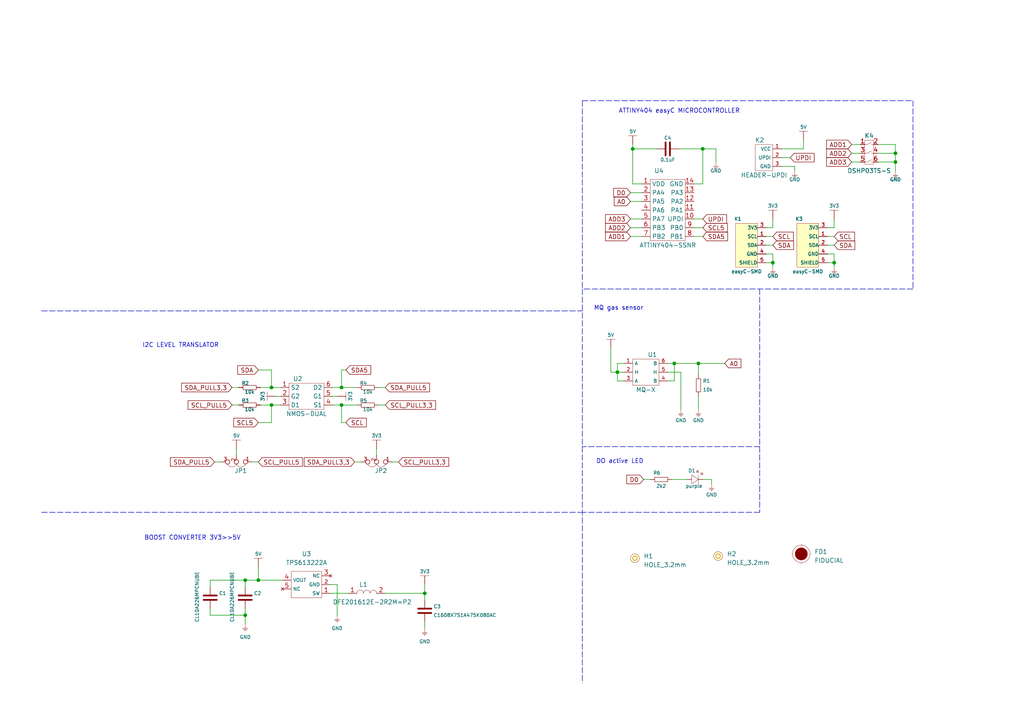
<source format=kicad_sch>
(kicad_sch (version 20210621) (generator eeschema)

  (uuid 82d13a50-9821-40ba-a76e-b4d94ab0a9fe)

  (paper "A4")

  (lib_symbols
    (symbol "e-radionica.com schematics:0402LED" (pin_numbers hide) (pin_names (offset 0.254) hide) (in_bom yes) (on_board yes)
      (property "Reference" "D" (id 0) (at -0.635 2.54 0)
        (effects (font (size 1 1)))
      )
      (property "Value" "0402LED" (id 1) (at 0 -2.54 0)
        (effects (font (size 1 1)))
      )
      (property "Footprint" "e-radionica.com footprinti:0402LED" (id 2) (at 0 5.08 0)
        (effects (font (size 1 1)) hide)
      )
      (property "Datasheet" "" (id 3) (at 0 0 0)
        (effects (font (size 1 1)) hide)
      )
      (property "Package" "0402" (id 4) (at 0 0 0)
        (effects (font (size 1.27 1.27)) hide)
      )
      (symbol "0402LED_0_1"
        (polyline
          (pts
            (xy -0.635 1.27)
            (xy 1.27 0)
          )
          (stroke (width 0.0006)) (fill (type none))
        )
        (polyline
          (pts
            (xy 0.635 1.905)
            (xy 1.27 2.54)
          )
          (stroke (width 0.0006)) (fill (type none))
        )
        (polyline
          (pts
            (xy 1.27 1.27)
            (xy 1.27 -1.27)
          )
          (stroke (width 0.0006)) (fill (type none))
        )
        (polyline
          (pts
            (xy 1.905 1.27)
            (xy 2.54 1.905)
          )
          (stroke (width 0.0006)) (fill (type none))
        )
        (polyline
          (pts
            (xy -0.635 1.27)
            (xy -0.635 -1.27)
            (xy 1.27 0)
          )
          (stroke (width 0.0006)) (fill (type none))
        )
        (polyline
          (pts
            (xy 1.27 2.54)
            (xy 0.635 2.54)
            (xy 1.27 1.905)
            (xy 1.27 2.54)
          )
          (stroke (width 0.0006)) (fill (type none))
        )
        (polyline
          (pts
            (xy 2.54 1.905)
            (xy 1.905 1.905)
            (xy 2.54 1.27)
            (xy 2.54 1.905)
          )
          (stroke (width 0.0006)) (fill (type none))
        )
      )
      (symbol "0402LED_1_1"
        (pin passive line (at -1.905 0 0) (length 1.27)
          (name "A" (effects (font (size 1.27 1.27))))
          (number "1" (effects (font (size 1.27 1.27))))
        )
        (pin passive line (at 2.54 0 180) (length 1.27)
          (name "K" (effects (font (size 1.27 1.27))))
          (number "2" (effects (font (size 1.27 1.27))))
        )
      )
    )
    (symbol "e-radionica.com schematics:0402R" (pin_numbers hide) (pin_names (offset 0.254)) (in_bom yes) (on_board yes)
      (property "Reference" "R" (id 0) (at -1.905 1.27 0)
        (effects (font (size 1 1)))
      )
      (property "Value" "0402R" (id 1) (at 0 -1.27 0)
        (effects (font (size 1 1)))
      )
      (property "Footprint" "e-radionica.com footprinti:0402R" (id 2) (at -2.54 1.905 0)
        (effects (font (size 1 1)) hide)
      )
      (property "Datasheet" "" (id 3) (at -2.54 1.905 0)
        (effects (font (size 1 1)) hide)
      )
      (symbol "0402R_0_1"
        (rectangle (start -1.905 -0.635) (end 1.905 -0.6604)
          (stroke (width 0.1)) (fill (type none))
        )
        (rectangle (start -1.905 0.635) (end -1.8796 -0.635)
          (stroke (width 0.1)) (fill (type none))
        )
        (rectangle (start -1.905 0.635) (end 1.905 0.6096)
          (stroke (width 0.1)) (fill (type none))
        )
        (rectangle (start 1.905 0.635) (end 1.9304 -0.635)
          (stroke (width 0.1)) (fill (type none))
        )
      )
      (symbol "0402R_1_1"
        (pin passive line (at -3.175 0 0) (length 1.27)
          (name "~" (effects (font (size 1.27 1.27))))
          (number "1" (effects (font (size 1.27 1.27))))
        )
        (pin passive line (at 3.175 0 180) (length 1.27)
          (name "~" (effects (font (size 1.27 1.27))))
          (number "2" (effects (font (size 1.27 1.27))))
        )
      )
    )
    (symbol "e-radionica.com schematics:0603C" (pin_numbers hide) (pin_names (offset 0.002)) (in_bom yes) (on_board yes)
      (property "Reference" "C" (id 0) (at -0.635 3.175 0)
        (effects (font (size 1 1)))
      )
      (property "Value" "0603C" (id 1) (at 0 -3.175 0)
        (effects (font (size 1 1)))
      )
      (property "Footprint" "e-radionica.com footprinti:0603C" (id 2) (at 0 0 0)
        (effects (font (size 1 1)) hide)
      )
      (property "Datasheet" "" (id 3) (at 0 0 0)
        (effects (font (size 1 1)) hide)
      )
      (symbol "0603C_0_1"
        (polyline
          (pts
            (xy -0.635 1.905)
            (xy -0.635 -1.905)
          )
          (stroke (width 0.5)) (fill (type none))
        )
        (polyline
          (pts
            (xy 0.635 1.905)
            (xy 0.635 -1.905)
          )
          (stroke (width 0.5)) (fill (type none))
        )
      )
      (symbol "0603C_1_1"
        (pin passive line (at -3.175 0 0) (length 2.54)
          (name "~" (effects (font (size 1.27 1.27))))
          (number "1" (effects (font (size 1.27 1.27))))
        )
        (pin passive line (at 3.175 0 180) (length 2.54)
          (name "~" (effects (font (size 1.27 1.27))))
          (number "2" (effects (font (size 1.27 1.27))))
        )
      )
    )
    (symbol "e-radionica.com schematics:0603R" (pin_numbers hide) (pin_names (offset 0.254)) (in_bom yes) (on_board yes)
      (property "Reference" "R" (id 0) (at -1.905 1.905 0)
        (effects (font (size 1 1)))
      )
      (property "Value" "0603R" (id 1) (at 0 -1.905 0)
        (effects (font (size 1 1)))
      )
      (property "Footprint" "e-radionica.com footprinti:0603R" (id 2) (at -0.635 1.905 0)
        (effects (font (size 1 1)) hide)
      )
      (property "Datasheet" "" (id 3) (at -0.635 1.905 0)
        (effects (font (size 1 1)) hide)
      )
      (symbol "0603R_0_1"
        (rectangle (start -1.905 -0.635) (end 1.905 -0.6604)
          (stroke (width 0.1)) (fill (type none))
        )
        (rectangle (start -1.905 0.635) (end -1.8796 -0.635)
          (stroke (width 0.1)) (fill (type none))
        )
        (rectangle (start -1.905 0.635) (end 1.905 0.6096)
          (stroke (width 0.1)) (fill (type none))
        )
        (rectangle (start 1.905 0.635) (end 1.9304 -0.635)
          (stroke (width 0.1)) (fill (type none))
        )
      )
      (symbol "0603R_1_1"
        (pin passive line (at -3.175 0 0) (length 1.27)
          (name "~" (effects (font (size 1.27 1.27))))
          (number "1" (effects (font (size 1.27 1.27))))
        )
        (pin passive line (at 3.175 0 180) (length 1.27)
          (name "~" (effects (font (size 1.27 1.27))))
          (number "2" (effects (font (size 1.27 1.27))))
        )
      )
    )
    (symbol "e-radionica.com schematics:0805C" (pin_numbers hide) (in_bom yes) (on_board yes)
      (property "Reference" "C" (id 0) (at -0.635 3.175 0)
        (effects (font (size 1 1)))
      )
      (property "Value" "0805C" (id 1) (at 0 -3.175 0)
        (effects (font (size 1 1)))
      )
      (property "Footprint" "e-radionica.com footprinti:0805C" (id 2) (at 0 0 0)
        (effects (font (size 1 1)) hide)
      )
      (property "Datasheet" "" (id 3) (at 0 0 0)
        (effects (font (size 1 1)) hide)
      )
      (symbol "0805C_0_1"
        (polyline
          (pts
            (xy -0.635 1.905)
            (xy -0.635 -1.905)
          )
          (stroke (width 0.5)) (fill (type none))
        )
        (polyline
          (pts
            (xy 0.635 1.905)
            (xy 0.635 -1.905)
          )
          (stroke (width 0.5)) (fill (type none))
        )
      )
      (symbol "0805C_1_1"
        (pin passive line (at -3.175 0 0) (length 2.54)
          (name "~" (effects (font (size 1.27 1.27))))
          (number "1" (effects (font (size 1.27 1.27))))
        )
        (pin passive line (at 3.175 0 180) (length 2.54)
          (name "~" (effects (font (size 1.27 1.27))))
          (number "2" (effects (font (size 1.27 1.27))))
        )
      )
    )
    (symbol "e-radionica.com schematics:0806L" (in_bom yes) (on_board yes)
      (property "Reference" "L" (id 0) (at 0 1.905 0)
        (effects (font (size 1.27 1.27)))
      )
      (property "Value" "0806L" (id 1) (at 0 -1.27 0)
        (effects (font (size 1.27 1.27)))
      )
      (property "Footprint" "e-radionica.com footprinti:0806L" (id 2) (at 0 -2.54 0)
        (effects (font (size 1.27 1.27)) hide)
      )
      (property "Datasheet" "" (id 3) (at 0 -1.27 0)
        (effects (font (size 1.27 1.27)) hide)
      )
      (symbol "0806L_0_1"
        (arc (start -3.175 0) (end -1.27 0) (radius (at -2.2225 -0.0138) (length 0.9526) (angles 179.2 0.8))
          (stroke (width 0.0006)) (fill (type none))
        )
        (arc (start -1.27 0) (end 0.635 0) (radius (at -0.3175 -0.0138) (length 0.9526) (angles 179.2 0.8))
          (stroke (width 0.0006)) (fill (type none))
        )
        (arc (start 0.635 0) (end 2.54 0) (radius (at 1.5875 -0.0138) (length 0.9526) (angles 179.2 0.8))
          (stroke (width 0.0006)) (fill (type none))
        )
      )
      (symbol "0806L_1_1"
        (pin passive line (at -5.715 0 0) (length 2.54)
          (name "" (effects (font (size 1.27 1.27))))
          (number "1" (effects (font (size 1.27 1.27))))
        )
        (pin passive line (at 5.08 0 180) (length 2.54)
          (name "" (effects (font (size 1.27 1.27))))
          (number "2" (effects (font (size 1.27 1.27))))
        )
      )
    )
    (symbol "e-radionica.com schematics:3V3" (power) (pin_names (offset 0)) (in_bom yes) (on_board yes)
      (property "Reference" "#PWR" (id 0) (at 4.445 0 0)
        (effects (font (size 1 1)) hide)
      )
      (property "Value" "3V3" (id 1) (at 0 3.556 0)
        (effects (font (size 1 1)))
      )
      (property "Footprint" "" (id 2) (at 4.445 3.81 0)
        (effects (font (size 1 1)) hide)
      )
      (property "Datasheet" "" (id 3) (at 4.445 3.81 0)
        (effects (font (size 1 1)) hide)
      )
      (property "ki_keywords" "power-flag" (id 4) (at 0 0 0)
        (effects (font (size 1.27 1.27)) hide)
      )
      (property "ki_description" "Power symbol creates a global label with name \"+3V3\"" (id 5) (at 0 0 0)
        (effects (font (size 1.27 1.27)) hide)
      )
      (symbol "3V3_0_1"
        (polyline
          (pts
            (xy -1.27 2.54)
            (xy 1.27 2.54)
          )
          (stroke (width 0.0006)) (fill (type none))
        )
        (polyline
          (pts
            (xy 0 0)
            (xy 0 2.54)
          )
          (stroke (width 0)) (fill (type none))
        )
      )
      (symbol "3V3_1_1"
        (pin power_in line (at 0 0 90) (length 0) hide
          (name "3V3" (effects (font (size 1.27 1.27))))
          (number "1" (effects (font (size 1.27 1.27))))
        )
      )
    )
    (symbol "e-radionica.com schematics:5V" (power) (pin_names (offset 0)) (in_bom yes) (on_board yes)
      (property "Reference" "#PWR" (id 0) (at 4.445 0 0)
        (effects (font (size 1 1)) hide)
      )
      (property "Value" "5V" (id 1) (at 0 3.556 0)
        (effects (font (size 1 1)))
      )
      (property "Footprint" "" (id 2) (at 4.445 3.81 0)
        (effects (font (size 1 1)) hide)
      )
      (property "Datasheet" "" (id 3) (at 4.445 3.81 0)
        (effects (font (size 1 1)) hide)
      )
      (property "ki_keywords" "power-flag" (id 4) (at 0 0 0)
        (effects (font (size 1.27 1.27)) hide)
      )
      (property "ki_description" "Power symbol creates a global label with name \"+3V3\"" (id 5) (at 0 0 0)
        (effects (font (size 1.27 1.27)) hide)
      )
      (symbol "5V_0_1"
        (polyline
          (pts
            (xy -1.27 2.54)
            (xy 1.27 2.54)
          )
          (stroke (width 0.0006)) (fill (type none))
        )
        (polyline
          (pts
            (xy 0 0)
            (xy 0 2.54)
          )
          (stroke (width 0)) (fill (type none))
        )
      )
      (symbol "5V_1_1"
        (pin power_in line (at 0 0 90) (length 0) hide
          (name "5V" (effects (font (size 1.27 1.27))))
          (number "1" (effects (font (size 1.27 1.27))))
        )
      )
    )
    (symbol "e-radionica.com schematics:ATTINY404-SSNR" (in_bom yes) (on_board yes)
      (property "Reference" "U" (id 0) (at -5.08 10.16 0)
        (effects (font (size 1.27 1.27)))
      )
      (property "Value" "ATTINY404-SSNR" (id 1) (at 0 -10.16 0)
        (effects (font (size 1.27 1.27)))
      )
      (property "Footprint" "e-radionica.com footprinti:SOIC-14" (id 2) (at 0 -11.43 0)
        (effects (font (size 1.27 1.27)) hide)
      )
      (property "Datasheet" "" (id 3) (at 0 -2.54 0)
        (effects (font (size 1.27 1.27)) hide)
      )
      (symbol "ATTINY404-SSNR_0_1"
        (rectangle (start -5.08 8.89) (end 5.08 -8.89)
          (stroke (width 0.0006)) (fill (type none))
        )
      )
      (symbol "ATTINY404-SSNR_1_1"
        (pin power_in line (at -7.62 7.62 0) (length 2.54)
          (name "VDD" (effects (font (size 1.27 1.27))))
          (number "1" (effects (font (size 1.27 1.27))))
        )
        (pin bidirectional line (at 7.62 -2.54 180) (length 2.54)
          (name "UPDI" (effects (font (size 1.27 1.27))))
          (number "10" (effects (font (size 1.27 1.27))))
        )
        (pin bidirectional line (at 7.62 0 180) (length 2.54)
          (name "PA1" (effects (font (size 1.27 1.27))))
          (number "11" (effects (font (size 1.27 1.27))))
        )
        (pin bidirectional line (at 7.62 2.54 180) (length 2.54)
          (name "PA2" (effects (font (size 1.27 1.27))))
          (number "12" (effects (font (size 1.27 1.27))))
        )
        (pin bidirectional line (at 7.62 5.08 180) (length 2.54)
          (name "PA3" (effects (font (size 1.27 1.27))))
          (number "13" (effects (font (size 1.27 1.27))))
        )
        (pin power_in line (at 7.62 7.62 180) (length 2.54)
          (name "GND" (effects (font (size 1.27 1.27))))
          (number "14" (effects (font (size 1.27 1.27))))
        )
        (pin bidirectional line (at -7.62 5.08 0) (length 2.54)
          (name "PA4" (effects (font (size 1.27 1.27))))
          (number "2" (effects (font (size 1.27 1.27))))
        )
        (pin bidirectional line (at -7.62 2.54 0) (length 2.54)
          (name "PA5" (effects (font (size 1.27 1.27))))
          (number "3" (effects (font (size 1.27 1.27))))
        )
        (pin bidirectional line (at -7.62 0 0) (length 2.54)
          (name "PA6" (effects (font (size 1.27 1.27))))
          (number "4" (effects (font (size 1.27 1.27))))
        )
        (pin bidirectional line (at -7.62 -2.54 0) (length 2.54)
          (name "PA7" (effects (font (size 1.27 1.27))))
          (number "5" (effects (font (size 1.27 1.27))))
        )
        (pin bidirectional line (at -7.62 -5.08 0) (length 2.54)
          (name "PB3" (effects (font (size 1.27 1.27))))
          (number "6" (effects (font (size 1.27 1.27))))
        )
        (pin bidirectional line (at -7.62 -7.62 0) (length 2.54)
          (name "PB2" (effects (font (size 1.27 1.27))))
          (number "7" (effects (font (size 1.27 1.27))))
        )
        (pin bidirectional line (at 7.62 -7.62 180) (length 2.54)
          (name "PB1" (effects (font (size 1.27 1.27))))
          (number "8" (effects (font (size 1.27 1.27))))
        )
        (pin bidirectional line (at 7.62 -5.08 180) (length 2.54)
          (name "PB0" (effects (font (size 1.27 1.27))))
          (number "9" (effects (font (size 1.27 1.27))))
        )
      )
    )
    (symbol "e-radionica.com schematics:DSHP03TS-S" (in_bom yes) (on_board yes)
      (property "Reference" "K" (id 0) (at 0 5.08 0)
        (effects (font (size 1.27 1.27)))
      )
      (property "Value" "DSHP03TS-S" (id 1) (at 0 -5.08 0)
        (effects (font (size 1.27 1.27)))
      )
      (property "Footprint" "e-radionica.com footprinti:DSHP03TS-S" (id 2) (at -1.27 -7.62 0)
        (effects (font (size 1.27 1.27)) hide)
      )
      (property "Datasheet" "" (id 3) (at 0 0 0)
        (effects (font (size 1.27 1.27)) hide)
      )
      (property "ki_keywords" "DIP SW SWITCH " (id 4) (at 0 0 0)
        (effects (font (size 1.27 1.27)) hide)
      )
      (symbol "DSHP03TS-S_0_1"
        (rectangle (start -1.27 3.81) (end 1.27 -3.175)
          (stroke (width 0.0006)) (fill (type none))
        )
        (polyline
          (pts
            (xy 1.27 -2.54)
            (xy 0.635 -2.54)
          )
          (stroke (width 0.0006)) (fill (type none))
        )
        (polyline
          (pts
            (xy 1.27 0)
            (xy 0.635 0)
          )
          (stroke (width 0.0006)) (fill (type none))
        )
        (polyline
          (pts
            (xy 1.27 2.54)
            (xy 0.635 2.54)
          )
          (stroke (width 0.0006)) (fill (type none))
        )
        (polyline
          (pts
            (xy -1.27 -2.54)
            (xy -0.635 -2.54)
            (xy 0.635 -1.905)
          )
          (stroke (width 0.0006)) (fill (type none))
        )
        (polyline
          (pts
            (xy -1.27 0)
            (xy -0.635 0)
            (xy 0.635 0.635)
          )
          (stroke (width 0.0006)) (fill (type none))
        )
        (polyline
          (pts
            (xy -1.27 2.54)
            (xy -0.635 2.54)
            (xy 0.635 3.175)
          )
          (stroke (width 0.0006)) (fill (type none))
        )
      )
      (symbol "DSHP03TS-S_1_1"
        (pin bidirectional line (at -2.54 2.54 0) (length 1.27)
          (name "~" (effects (font (size 1.27 1.27))))
          (number "1" (effects (font (size 1.27 1.27))))
        )
        (pin bidirectional line (at 2.54 2.54 180) (length 1.27)
          (name "~" (effects (font (size 1.27 1.27))))
          (number "2" (effects (font (size 1.27 1.27))))
        )
        (pin bidirectional line (at -2.54 0 0) (length 1.27)
          (name "~" (effects (font (size 1.27 1.27))))
          (number "3" (effects (font (size 1.27 1.27))))
        )
        (pin bidirectional line (at 2.54 0 180) (length 1.27)
          (name "~" (effects (font (size 1.27 1.27))))
          (number "4" (effects (font (size 1.27 1.27))))
        )
        (pin bidirectional line (at -2.54 -2.54 0) (length 1.27)
          (name "~" (effects (font (size 1.27 1.27))))
          (number "5" (effects (font (size 1.27 1.27))))
        )
        (pin bidirectional line (at 2.54 -2.54 180) (length 1.27)
          (name "~" (effects (font (size 1.27 1.27))))
          (number "6" (effects (font (size 1.27 1.27))))
        )
      )
    )
    (symbol "e-radionica.com schematics:FIDUCIAL" (in_bom no) (on_board yes)
      (property "Reference" "FD" (id 0) (at 0 3.81 0)
        (effects (font (size 1.27 1.27)))
      )
      (property "Value" "FIDUCIAL" (id 1) (at 0 -3.81 0)
        (effects (font (size 1.27 1.27)))
      )
      (property "Footprint" "e-radionica.com footprinti:FIDUCIAL_23" (id 2) (at 0.254 -5.334 0)
        (effects (font (size 1.27 1.27)) hide)
      )
      (property "Datasheet" "" (id 3) (at 0 0 0)
        (effects (font (size 1.27 1.27)) hide)
      )
      (symbol "FIDUCIAL_0_1"
        (circle (center 0 0) (radius 2.54) (stroke (width 0.0006)) (fill (type none)))
        (circle (center 0 0) (radius 1.7961) (stroke (width 0.001)) (fill (type outline)))
        (polyline
          (pts
            (xy -2.54 0)
            (xy -2.794 0)
          )
          (stroke (width 0.0006)) (fill (type none))
        )
        (polyline
          (pts
            (xy 0 -2.54)
            (xy 0 -2.794)
          )
          (stroke (width 0.0006)) (fill (type none))
        )
        (polyline
          (pts
            (xy 0 2.54)
            (xy 0 2.794)
          )
          (stroke (width 0.0006)) (fill (type none))
        )
        (polyline
          (pts
            (xy 2.54 0)
            (xy 2.794 0)
          )
          (stroke (width 0.0006)) (fill (type none))
        )
      )
    )
    (symbol "e-radionica.com schematics:GND" (power) (pin_names (offset 0)) (in_bom yes) (on_board yes)
      (property "Reference" "#PWR" (id 0) (at 4.445 0 0)
        (effects (font (size 1 1)) hide)
      )
      (property "Value" "GND" (id 1) (at 0 -2.921 0)
        (effects (font (size 1 1)))
      )
      (property "Footprint" "" (id 2) (at 4.445 3.81 0)
        (effects (font (size 1 1)) hide)
      )
      (property "Datasheet" "" (id 3) (at 4.445 3.81 0)
        (effects (font (size 1 1)) hide)
      )
      (property "ki_keywords" "power-flag" (id 4) (at 0 0 0)
        (effects (font (size 1.27 1.27)) hide)
      )
      (property "ki_description" "Power symbol creates a global label with name \"GND\"" (id 5) (at 0 0 0)
        (effects (font (size 1.27 1.27)) hide)
      )
      (symbol "GND_0_1"
        (polyline
          (pts
            (xy -0.762 -1.27)
            (xy 0.762 -1.27)
          )
          (stroke (width 0.0006)) (fill (type none))
        )
        (polyline
          (pts
            (xy -0.635 -1.524)
            (xy 0.635 -1.524)
          )
          (stroke (width 0.0006)) (fill (type none))
        )
        (polyline
          (pts
            (xy -0.381 -1.778)
            (xy 0.381 -1.778)
          )
          (stroke (width 0.0006)) (fill (type none))
        )
        (polyline
          (pts
            (xy -0.127 -2.032)
            (xy 0.127 -2.032)
          )
          (stroke (width 0.0006)) (fill (type none))
        )
        (polyline
          (pts
            (xy 0 0)
            (xy 0 -1.27)
          )
          (stroke (width 0.0006)) (fill (type none))
        )
      )
      (symbol "GND_1_1"
        (pin power_in line (at 0 0 270) (length 0) hide
          (name "GND" (effects (font (size 1.27 1.27))))
          (number "1" (effects (font (size 1.27 1.27))))
        )
      )
    )
    (symbol "e-radionica.com schematics:HEADER-UPDI" (in_bom yes) (on_board yes)
      (property "Reference" "K" (id 0) (at -1.27 5.08 0)
        (effects (font (size 1.27 1.27)))
      )
      (property "Value" "HEADER-UPDI" (id 1) (at 0 -5.08 0)
        (effects (font (size 1.27 1.27)))
      )
      (property "Footprint" "e-radionica.com footprinti:HEADER-UPDI" (id 2) (at 2.54 -7.62 0)
        (effects (font (size 1.27 1.27)) hide)
      )
      (property "Datasheet" "" (id 3) (at 2.54 0 0)
        (effects (font (size 1.27 1.27)) hide)
      )
      (symbol "HEADER-UPDI_0_1"
        (rectangle (start -2.54 3.81) (end 2.54 -3.81)
          (stroke (width 0.0006)) (fill (type none))
        )
      )
      (symbol "HEADER-UPDI_1_1"
        (pin power_in line (at 5.08 2.54 180) (length 2.54)
          (name "VCC" (effects (font (size 1 1))))
          (number "1" (effects (font (size 1 1))))
        )
        (pin bidirectional line (at 5.08 0 180) (length 2.54)
          (name "UPDI" (effects (font (size 1 1))))
          (number "2" (effects (font (size 1 1))))
        )
        (pin power_in line (at 5.08 -2.54 180) (length 2.54)
          (name "GND" (effects (font (size 1 1))))
          (number "3" (effects (font (size 1 1))))
        )
      )
    )
    (symbol "e-radionica.com schematics:HOLE_3.2mm" (pin_numbers hide) (pin_names hide) (in_bom yes) (on_board yes)
      (property "Reference" "H" (id 0) (at 0 2.54 0)
        (effects (font (size 1.27 1.27)))
      )
      (property "Value" "HOLE_3.2mm" (id 1) (at 0 -2.54 0)
        (effects (font (size 1.27 1.27)))
      )
      (property "Footprint" "e-radionica.com footprinti:HOLE_3.2mm" (id 2) (at 0 0 0)
        (effects (font (size 1.27 1.27)) hide)
      )
      (property "Datasheet" "" (id 3) (at 0 0 0)
        (effects (font (size 1.27 1.27)) hide)
      )
      (symbol "HOLE_3.2mm_0_1"
        (circle (center 0 0) (radius 0.635) (stroke (width 0.0006)) (fill (type none)))
        (circle (center 0 0) (radius 1.27) (stroke (width 0.001)) (fill (type background)))
      )
    )
    (symbol "e-radionica.com schematics:MQ" (in_bom yes) (on_board yes)
      (property "Reference" "U" (id 0) (at 0 5.08 0)
        (effects (font (size 1.27 1.27)))
      )
      (property "Value" "MQ" (id 1) (at 0 -5.08 0)
        (effects (font (size 1.27 1.27)))
      )
      (property "Footprint" "e-radionica.com footprinti:MQ" (id 2) (at 2.286 0 0)
        (effects (font (size 1.27 1.27)) hide)
      )
      (property "Datasheet" "" (id 3) (at 2.286 0 0)
        (effects (font (size 1.27 1.27)) hide)
      )
      (symbol "MQ_0_1"
        (rectangle (start -3.81 3.81) (end 3.81 -3.81)
          (stroke (width 0.0006)) (fill (type none))
        )
      )
      (symbol "MQ_1_1"
        (pin input line (at -6.35 2.54 0) (length 2.54)
          (name "A" (effects (font (size 1 1))))
          (number "1" (effects (font (size 1 1))))
        )
        (pin input line (at -6.35 0 0) (length 2.54)
          (name "H" (effects (font (size 1 1))))
          (number "2" (effects (font (size 1 1))))
        )
        (pin input line (at -6.35 -2.54 0) (length 2.54)
          (name "A" (effects (font (size 1 1))))
          (number "3" (effects (font (size 1 1))))
        )
        (pin input line (at 6.35 -2.54 180) (length 2.54)
          (name "B" (effects (font (size 1 1))))
          (number "4" (effects (font (size 1 1))))
        )
        (pin input line (at 6.35 0 180) (length 2.54)
          (name "H" (effects (font (size 1 1))))
          (number "5" (effects (font (size 1 1))))
        )
        (pin input line (at 6.35 2.54 180) (length 2.54)
          (name "B" (effects (font (size 1 1))))
          (number "6" (effects (font (size 1 1))))
        )
      )
    )
    (symbol "e-radionica.com schematics:NMOS-DUAL" (in_bom yes) (on_board yes)
      (property "Reference" "U" (id 0) (at -3.81 5.08 0)
        (effects (font (size 1.27 1.27)))
      )
      (property "Value" "NMOS-DUAL" (id 1) (at 0 -5.08 0)
        (effects (font (size 1.27 1.27)))
      )
      (property "Footprint" "e-radionica.com footprinti:SOT-363" (id 2) (at 0 -7.62 0)
        (effects (font (size 1.27 1.27)) hide)
      )
      (property "Datasheet" "" (id 3) (at 0 -2.54 0)
        (effects (font (size 1.27 1.27)) hide)
      )
      (symbol "NMOS-DUAL_0_1"
        (rectangle (start -5.08 3.81) (end 5.08 -3.81)
          (stroke (width 0.0006)) (fill (type none))
        )
      )
      (symbol "NMOS-DUAL_1_1"
        (pin input line (at -7.62 2.54 0) (length 2.54)
          (name "S2" (effects (font (size 1.27 1.27))))
          (number "1" (effects (font (size 1.27 1.27))))
        )
        (pin input line (at -7.62 0 0) (length 2.54)
          (name "G2" (effects (font (size 1.27 1.27))))
          (number "2" (effects (font (size 1.27 1.27))))
        )
        (pin input line (at -7.62 -2.54 0) (length 2.54)
          (name "D1" (effects (font (size 1.27 1.27))))
          (number "3" (effects (font (size 1.27 1.27))))
        )
        (pin input line (at 7.62 -2.54 180) (length 2.54)
          (name "S1" (effects (font (size 1.27 1.27))))
          (number "4" (effects (font (size 1.27 1.27))))
        )
        (pin input line (at 7.62 0 180) (length 2.54)
          (name "G1" (effects (font (size 1.27 1.27))))
          (number "5" (effects (font (size 1.27 1.27))))
        )
        (pin input line (at 7.62 2.54 180) (length 2.54)
          (name "D2" (effects (font (size 1.27 1.27))))
          (number "6" (effects (font (size 1.27 1.27))))
        )
      )
    )
    (symbol "e-radionica.com schematics:SMD_JUMPER_3_PAD_TRACE" (in_bom yes) (on_board yes)
      (property "Reference" "JP" (id 0) (at 0.0254 5.461 0)
        (effects (font (size 1.27 1.27)))
      )
      (property "Value" "SMD_JUMPER_3_PAD_TRACE" (id 1) (at 0.3048 -4.572 0)
        (effects (font (size 1.27 1.27)))
      )
      (property "Footprint" "e-radionica.com footprinti:SMD_JUMPER_3_PAD_TRACE" (id 2) (at 0 -1.27 0)
        (effects (font (size 1.27 1.27)) hide)
      )
      (property "Datasheet" "" (id 3) (at 0 0 0)
        (effects (font (size 1.27 1.27)) hide)
      )
      (symbol "SMD_JUMPER_3_PAD_TRACE_0_1"
        (arc (start -2.6162 0.6096) (end 0 0.5842) (radius (at -1.3133 0.057) (length 1.4152) (angles 157 21.9))
          (stroke (width 0.0006)) (fill (type none))
        )
        (arc (start 0 0.6096) (end 2.5908 0.6604) (radius (at 1.308 -0.0085) (length 1.4467) (angles 154.7 27.5))
          (stroke (width 0.0006)) (fill (type none))
        )
      )
      (symbol "SMD_JUMPER_3_PAD_TRACE_1_1"
        (pin passive inverted (at -4.5212 -0.0254 0) (length 2.54)
          (name "" (effects (font (size 1 1))))
          (number "1" (effects (font (size 1 1))))
        )
        (pin passive inverted (at 0.0254 -1.9304 90) (length 2.54)
          (name "" (effects (font (size 1 1))))
          (number "2" (effects (font (size 1 1))))
        )
        (pin passive inverted (at 4.4704 0 180) (length 2.54)
          (name "" (effects (font (size 1 1))))
          (number "3" (effects (font (size 1 1))))
        )
      )
    )
    (symbol "e-radionica.com schematics:TPS613222A" (in_bom yes) (on_board yes)
      (property "Reference" "U" (id 0) (at 0 5.08 0)
        (effects (font (size 1.27 1.27)))
      )
      (property "Value" "TPS613222A" (id 1) (at 0 -5.08 0)
        (effects (font (size 1.27 1.27)))
      )
      (property "Footprint" "e-radionica.com footprinti:tps613222a" (id 2) (at -0.635 0 0)
        (effects (font (size 1.27 1.27)) hide)
      )
      (property "Datasheet" "" (id 3) (at -0.635 0 0)
        (effects (font (size 1.27 1.27)) hide)
      )
      (symbol "TPS613222A_0_1"
        (rectangle (start -4.445 3.81) (end 4.445 -3.81)
          (stroke (width 0.0006)) (fill (type none))
        )
      )
      (symbol "TPS613222A_1_1"
        (pin passive line (at 6.985 -2.54 180) (length 2.54)
          (name "SW" (effects (font (size 1 1))))
          (number "1" (effects (font (size 1.27 1.27))))
        )
        (pin passive line (at 6.985 0 180) (length 2.54)
          (name "GND" (effects (font (size 1 1))))
          (number "2" (effects (font (size 1 1))))
        )
        (pin no_connect line (at 6.985 2.54 180) (length 2.54)
          (name "NC" (effects (font (size 1 1))))
          (number "3" (effects (font (size 1.27 1.27))))
        )
        (pin passive line (at -6.985 1.27 0) (length 2.54)
          (name "VOUT" (effects (font (size 1 1))))
          (number "4" (effects (font (size 1.27 1.27))))
        )
        (pin no_connect line (at -6.985 -1.27 0) (length 2.54)
          (name "NC" (effects (font (size 1 1))))
          (number "5" (effects (font (size 1.27 1.27))))
        )
      )
    )
    (symbol "e-radionica.com schematics:easyC-SMD" (pin_names (offset 0.002)) (in_bom yes) (on_board yes)
      (property "Reference" "K" (id 0) (at -2.54 10.16 0)
        (effects (font (size 1 1)))
      )
      (property "Value" "easyC-SMD" (id 1) (at 0 -5.08 0)
        (effects (font (size 1 1)))
      )
      (property "Footprint" "e-radionica.com footprinti:easyC-connector" (id 2) (at 3.175 2.54 0)
        (effects (font (size 1 1)) hide)
      )
      (property "Datasheet" "" (id 3) (at 3.175 2.54 0)
        (effects (font (size 1 1)) hide)
      )
      (symbol "easyC-SMD_0_1"
        (rectangle (start -3.175 8.89) (end 3.175 -3.81)
          (stroke (width 0.001)) (fill (type background))
        )
      )
      (symbol "easyC-SMD_1_1"
        (pin passive line (at 5.715 5.08 180) (length 2.54)
          (name "SCL" (effects (font (size 1 1))))
          (number "1" (effects (font (size 1 1))))
        )
        (pin passive line (at 5.715 2.54 180) (length 2.54)
          (name "SDA" (effects (font (size 1 1))))
          (number "2" (effects (font (size 1 1))))
        )
        (pin passive line (at 5.715 7.62 180) (length 2.54)
          (name "3V3" (effects (font (size 1 1))))
          (number "3" (effects (font (size 1 1))))
        )
        (pin passive line (at 5.715 0 180) (length 2.54)
          (name "GND" (effects (font (size 1 1))))
          (number "4" (effects (font (size 1 1))))
        )
        (pin passive line (at 5.715 -2.54 180) (length 2.54)
          (name "SHIELD" (effects (font (size 1 1))))
          (number "5" (effects (font (size 1 1))))
        )
      )
    )
  )

  (junction (at 71.12 168.275) (diameter 0.9144) (color 0 0 0 0))
  (junction (at 71.12 178.435) (diameter 0.9144) (color 0 0 0 0))
  (junction (at 74.93 168.275) (diameter 0.9144) (color 0 0 0 0))
  (junction (at 78.74 112.395) (diameter 0.9144) (color 0 0 0 0))
  (junction (at 78.74 117.475) (diameter 0.9144) (color 0 0 0 0))
  (junction (at 99.06 112.395) (diameter 0.9144) (color 0 0 0 0))
  (junction (at 99.06 117.475) (diameter 0.9144) (color 0 0 0 0))
  (junction (at 123.19 172.085) (diameter 0.9144) (color 0 0 0 0))
  (junction (at 179.07 107.95) (diameter 0.9144) (color 0 0 0 0))
  (junction (at 183.515 43.18) (diameter 0.9144) (color 0 0 0 0))
  (junction (at 195.58 105.41) (diameter 0.9144) (color 0 0 0 0))
  (junction (at 202.565 105.41) (diameter 0.9144) (color 0 0 0 0))
  (junction (at 203.835 43.18) (diameter 0.9144) (color 0 0 0 0))
  (junction (at 224.155 76.2) (diameter 0.9144) (color 0 0 0 0))
  (junction (at 241.935 76.2) (diameter 0.9144) (color 0 0 0 0))
  (junction (at 259.715 44.45) (diameter 0.9144) (color 0 0 0 0))
  (junction (at 259.715 46.99) (diameter 0.9144) (color 0 0 0 0))

  (wire (pts (xy 60.96 168.275) (xy 71.12 168.275))
    (stroke (width 0) (type solid) (color 0 0 0 0))
    (uuid fabcaf3a-8c87-4571-aff8-4401504ea947)
  )
  (wire (pts (xy 60.96 170.18) (xy 60.96 168.275))
    (stroke (width 0) (type solid) (color 0 0 0 0))
    (uuid 19327ae6-7c6f-446d-9c11-379f3144ae30)
  )
  (wire (pts (xy 60.96 176.53) (xy 60.96 178.435))
    (stroke (width 0) (type solid) (color 0 0 0 0))
    (uuid cafea152-5613-4e8b-b5dc-780777eb4dfa)
  )
  (wire (pts (xy 60.96 178.435) (xy 71.12 178.435))
    (stroke (width 0) (type solid) (color 0 0 0 0))
    (uuid ebf48784-c1e5-4c90-a02b-3f90df3bcc47)
  )
  (wire (pts (xy 62.23 133.985) (xy 64.1096 133.985))
    (stroke (width 0) (type solid) (color 0 0 0 0))
    (uuid dfaa6a11-94f3-4038-882b-fef08e4a05c5)
  )
  (wire (pts (xy 67.31 112.395) (xy 69.215 112.395))
    (stroke (width 0) (type solid) (color 0 0 0 0))
    (uuid f46335ed-d982-4005-b27f-51c48eaf95f8)
  )
  (wire (pts (xy 67.31 117.475) (xy 69.215 117.475))
    (stroke (width 0) (type solid) (color 0 0 0 0))
    (uuid d65ad27f-2ee4-401b-8417-4365235b2cba)
  )
  (wire (pts (xy 68.5546 130.175) (xy 68.58 130.175))
    (stroke (width 0) (type solid) (color 0 0 0 0))
    (uuid 42f240a7-16f2-440f-9413-eb35ceb80742)
  )
  (wire (pts (xy 68.5546 132.0546) (xy 68.5546 130.175))
    (stroke (width 0) (type solid) (color 0 0 0 0))
    (uuid 3a29b652-2353-46af-9e2d-482fa4c902c3)
  )
  (wire (pts (xy 71.12 168.275) (xy 74.93 168.275))
    (stroke (width 0) (type solid) (color 0 0 0 0))
    (uuid f7b02c21-fb55-4491-96b1-161ebe959373)
  )
  (wire (pts (xy 71.12 170.18) (xy 71.12 168.275))
    (stroke (width 0) (type solid) (color 0 0 0 0))
    (uuid beaeaa1e-9648-424f-9af0-3d84eb21a3af)
  )
  (wire (pts (xy 71.12 176.53) (xy 71.12 178.435))
    (stroke (width 0) (type solid) (color 0 0 0 0))
    (uuid dbf15d98-cdb3-4488-b5f3-4c3f9606a245)
  )
  (wire (pts (xy 71.12 178.435) (xy 71.12 180.975))
    (stroke (width 0) (type solid) (color 0 0 0 0))
    (uuid 3690fc65-ba08-4832-a390-d63a5abfc446)
  )
  (wire (pts (xy 73.1012 133.9596) (xy 74.93 133.9596))
    (stroke (width 0) (type solid) (color 0 0 0 0))
    (uuid eda6c508-2b6c-4bde-b254-e7c9ef42dc64)
  )
  (wire (pts (xy 74.93 107.315) (xy 78.74 107.315))
    (stroke (width 0) (type solid) (color 0 0 0 0))
    (uuid 59b31ca7-caf5-4d9c-bd3e-681f8f54329a)
  )
  (wire (pts (xy 74.93 122.555) (xy 78.74 122.555))
    (stroke (width 0) (type solid) (color 0 0 0 0))
    (uuid 16514e74-baa8-4aa9-b0d2-0fefd7a256a4)
  )
  (wire (pts (xy 74.93 133.9596) (xy 74.93 133.985))
    (stroke (width 0) (type solid) (color 0 0 0 0))
    (uuid 65e347db-c9c3-4933-b252-98f3bb883bb9)
  )
  (wire (pts (xy 74.93 168.275) (xy 74.93 164.465))
    (stroke (width 0) (type solid) (color 0 0 0 0))
    (uuid 8e441440-a49b-464e-96ab-09d7df8e3c9e)
  )
  (wire (pts (xy 74.93 168.275) (xy 81.915 168.275))
    (stroke (width 0) (type solid) (color 0 0 0 0))
    (uuid cc401ec6-de11-4663-ac58-be070113cc9c)
  )
  (wire (pts (xy 75.565 112.395) (xy 78.74 112.395))
    (stroke (width 0) (type solid) (color 0 0 0 0))
    (uuid a1e98e25-74b9-4e2d-941e-203ade6246b7)
  )
  (wire (pts (xy 75.565 117.475) (xy 78.74 117.475))
    (stroke (width 0) (type solid) (color 0 0 0 0))
    (uuid fc5b0bab-b4e6-4757-bebf-bad3f69d2e10)
  )
  (wire (pts (xy 78.74 107.315) (xy 78.74 112.395))
    (stroke (width 0) (type solid) (color 0 0 0 0))
    (uuid 755395ab-fbe2-47c2-bd10-efcb2abc0df3)
  )
  (wire (pts (xy 78.74 112.395) (xy 81.28 112.395))
    (stroke (width 0) (type solid) (color 0 0 0 0))
    (uuid a8100fa4-2f2b-494e-bb7c-27ac6a39a57d)
  )
  (wire (pts (xy 78.74 117.475) (xy 81.28 117.475))
    (stroke (width 0) (type solid) (color 0 0 0 0))
    (uuid 32c1f8ad-bc83-403b-90d9-175f56c81853)
  )
  (wire (pts (xy 78.74 122.555) (xy 78.74 117.475))
    (stroke (width 0) (type solid) (color 0 0 0 0))
    (uuid 92003705-9d9a-4928-9e89-afd4ef9b72cd)
  )
  (wire (pts (xy 80.01 114.935) (xy 81.28 114.935))
    (stroke (width 0) (type solid) (color 0 0 0 0))
    (uuid a925f46e-8df0-4163-bef0-69abe94da434)
  )
  (wire (pts (xy 95.885 169.545) (xy 97.79 169.545))
    (stroke (width 0) (type solid) (color 0 0 0 0))
    (uuid d44ef774-1ae9-44ce-9e77-908bfd514ad0)
  )
  (wire (pts (xy 95.885 172.085) (xy 100.965 172.085))
    (stroke (width 0) (type solid) (color 0 0 0 0))
    (uuid 91918f88-0427-4d36-84f2-5b32d8155d3f)
  )
  (wire (pts (xy 96.52 112.395) (xy 99.06 112.395))
    (stroke (width 0) (type solid) (color 0 0 0 0))
    (uuid d48c00bb-a4e7-4e30-a854-ae01d3a4aca5)
  )
  (wire (pts (xy 96.52 114.935) (xy 97.79 114.935))
    (stroke (width 0) (type solid) (color 0 0 0 0))
    (uuid b7bd6770-d765-4045-a112-861c71f121f1)
  )
  (wire (pts (xy 96.52 117.475) (xy 99.06 117.475))
    (stroke (width 0) (type solid) (color 0 0 0 0))
    (uuid 02ff8d5a-2c6d-4fe6-aac7-61e83e041233)
  )
  (wire (pts (xy 97.79 169.545) (xy 97.79 178.435))
    (stroke (width 0) (type solid) (color 0 0 0 0))
    (uuid 5eeea421-c7af-425c-b314-84c048e20f9b)
  )
  (wire (pts (xy 99.06 107.315) (xy 99.06 112.395))
    (stroke (width 0) (type solid) (color 0 0 0 0))
    (uuid ecb9b25e-ecb2-4b1d-b047-57f996d8d0cb)
  )
  (wire (pts (xy 99.06 112.395) (xy 103.505 112.395))
    (stroke (width 0) (type solid) (color 0 0 0 0))
    (uuid cf2e3832-d3f8-4304-b9ce-1617c1b6aa90)
  )
  (wire (pts (xy 99.06 117.475) (xy 103.505 117.475))
    (stroke (width 0) (type solid) (color 0 0 0 0))
    (uuid 680fb72e-f59b-496b-9724-b894648c3660)
  )
  (wire (pts (xy 99.06 122.555) (xy 99.06 117.475))
    (stroke (width 0) (type solid) (color 0 0 0 0))
    (uuid 54c1427d-355f-474d-9245-7d727c5d178b)
  )
  (wire (pts (xy 100.33 107.315) (xy 99.06 107.315))
    (stroke (width 0) (type solid) (color 0 0 0 0))
    (uuid 9d429368-0e76-455b-a592-a4116b67747b)
  )
  (wire (pts (xy 100.33 122.555) (xy 99.06 122.555))
    (stroke (width 0) (type solid) (color 0 0 0 0))
    (uuid fb15ebb6-02a5-4c86-8fe8-804148c2b3e7)
  )
  (wire (pts (xy 102.87 133.985) (xy 104.7496 133.985))
    (stroke (width 0) (type solid) (color 0 0 0 0))
    (uuid e4a63144-d7d1-4812-86ce-e07ce9a0a2c3)
  )
  (wire (pts (xy 109.1946 130.175) (xy 109.22 130.175))
    (stroke (width 0) (type solid) (color 0 0 0 0))
    (uuid 6771ecc7-70a4-4312-913d-dd1e2d630a66)
  )
  (wire (pts (xy 109.1946 132.0546) (xy 109.1946 130.175))
    (stroke (width 0) (type solid) (color 0 0 0 0))
    (uuid 99de7ae8-e0f9-4368-b138-d43baa12d1bc)
  )
  (wire (pts (xy 109.855 112.395) (xy 111.76 112.395))
    (stroke (width 0) (type solid) (color 0 0 0 0))
    (uuid 15d208d5-3428-4a4e-872f-4715c4fd3281)
  )
  (wire (pts (xy 109.855 117.475) (xy 111.76 117.475))
    (stroke (width 0) (type solid) (color 0 0 0 0))
    (uuid 30eeed85-beb2-4157-8310-73ed4b6e4d78)
  )
  (wire (pts (xy 111.76 172.085) (xy 123.19 172.085))
    (stroke (width 0) (type solid) (color 0 0 0 0))
    (uuid cc18754b-63ab-4b4c-ae0b-87ea87fa990e)
  )
  (wire (pts (xy 113.7412 133.9596) (xy 113.7412 133.985))
    (stroke (width 0) (type solid) (color 0 0 0 0))
    (uuid 753a4300-5bfd-4133-9093-faadc59dacde)
  )
  (wire (pts (xy 113.7412 133.985) (xy 115.57 133.985))
    (stroke (width 0) (type solid) (color 0 0 0 0))
    (uuid 15e9a624-c01f-4674-be10-b95583280c50)
  )
  (wire (pts (xy 123.19 169.545) (xy 123.19 172.085))
    (stroke (width 0) (type solid) (color 0 0 0 0))
    (uuid 99483fdc-8166-43b8-ab33-8663852b6ebc)
  )
  (wire (pts (xy 123.19 172.085) (xy 123.19 173.99))
    (stroke (width 0) (type solid) (color 0 0 0 0))
    (uuid b834e07c-4c1a-4034-9f98-93cb08051e63)
  )
  (wire (pts (xy 123.19 180.34) (xy 123.19 182.245))
    (stroke (width 0) (type solid) (color 0 0 0 0))
    (uuid c4b952db-a8c9-4eb2-bbe8-66bd6b5f2df3)
  )
  (wire (pts (xy 177.165 100.965) (xy 177.165 107.95))
    (stroke (width 0) (type solid) (color 0 0 0 0))
    (uuid 413b948f-5e0a-42fe-a146-1dc33778fc0f)
  )
  (wire (pts (xy 179.07 105.41) (xy 179.07 107.95))
    (stroke (width 0) (type solid) (color 0 0 0 0))
    (uuid b118eb9e-8b4c-49a0-914b-72d13d1948b1)
  )
  (wire (pts (xy 179.07 107.95) (xy 177.165 107.95))
    (stroke (width 0) (type solid) (color 0 0 0 0))
    (uuid 413b948f-5e0a-42fe-a146-1dc33778fc0f)
  )
  (wire (pts (xy 179.07 107.95) (xy 179.07 110.49))
    (stroke (width 0) (type solid) (color 0 0 0 0))
    (uuid 06bfb560-c96c-4471-9426-0b2ea7de102f)
  )
  (wire (pts (xy 179.07 110.49) (xy 180.975 110.49))
    (stroke (width 0) (type solid) (color 0 0 0 0))
    (uuid 55d3962e-c9e0-47e4-88dd-12fe08cdc438)
  )
  (wire (pts (xy 180.975 105.41) (xy 179.07 105.41))
    (stroke (width 0) (type solid) (color 0 0 0 0))
    (uuid 55d3962e-c9e0-47e4-88dd-12fe08cdc438)
  )
  (wire (pts (xy 180.975 107.95) (xy 179.07 107.95))
    (stroke (width 0) (type solid) (color 0 0 0 0))
    (uuid 413b948f-5e0a-42fe-a146-1dc33778fc0f)
  )
  (wire (pts (xy 182.88 55.88) (xy 186.055 55.88))
    (stroke (width 0) (type solid) (color 0 0 0 0))
    (uuid b9277b7a-674f-4178-bf39-a020bdcd1fe6)
  )
  (wire (pts (xy 182.88 58.42) (xy 186.055 58.42))
    (stroke (width 0) (type solid) (color 0 0 0 0))
    (uuid c4c4db9c-ccc4-49b6-a73b-15a160be60c9)
  )
  (wire (pts (xy 182.88 63.5) (xy 186.055 63.5))
    (stroke (width 0) (type solid) (color 0 0 0 0))
    (uuid 4eb69e21-90aa-41bc-b2c3-7ec5701101f5)
  )
  (wire (pts (xy 182.88 66.04) (xy 186.055 66.04))
    (stroke (width 0) (type solid) (color 0 0 0 0))
    (uuid a292a464-8fd3-4b46-adf5-ffa0f14a9215)
  )
  (wire (pts (xy 182.88 68.58) (xy 186.055 68.58))
    (stroke (width 0) (type solid) (color 0 0 0 0))
    (uuid 33d2cd46-39a1-4ed2-b446-a559b873a118)
  )
  (wire (pts (xy 183.515 43.18) (xy 183.515 41.91))
    (stroke (width 0) (type solid) (color 0 0 0 0))
    (uuid efb0ceb9-c373-4fde-9f94-fd758d6289ea)
  )
  (wire (pts (xy 183.515 53.34) (xy 183.515 43.18))
    (stroke (width 0) (type solid) (color 0 0 0 0))
    (uuid a1ad9224-f0ad-470f-8449-3088d6e1653e)
  )
  (wire (pts (xy 186.055 53.34) (xy 183.515 53.34))
    (stroke (width 0) (type solid) (color 0 0 0 0))
    (uuid d71ba610-db1d-4335-9eaa-957c2bcc70cc)
  )
  (wire (pts (xy 186.69 139.065) (xy 188.595 139.065))
    (stroke (width 0) (type solid) (color 0 0 0 0))
    (uuid 30e35ead-c474-4c81-9a42-6c072b87a4cf)
  )
  (wire (pts (xy 190.5 43.18) (xy 183.515 43.18))
    (stroke (width 0) (type solid) (color 0 0 0 0))
    (uuid 96f1b1d8-fa53-4ca9-9371-4c4c94a2ab48)
  )
  (wire (pts (xy 193.675 105.41) (xy 195.58 105.41))
    (stroke (width 0) (type solid) (color 0 0 0 0))
    (uuid 0695d603-6507-40ae-b09f-b26ab2bea23a)
  )
  (wire (pts (xy 193.675 107.95) (xy 197.485 107.95))
    (stroke (width 0) (type solid) (color 0 0 0 0))
    (uuid e291efae-397a-4650-b146-4427c06b158c)
  )
  (wire (pts (xy 194.945 139.065) (xy 199.39 139.065))
    (stroke (width 0) (type solid) (color 0 0 0 0))
    (uuid 944171bd-ce32-489b-8819-f69bdf05bb2f)
  )
  (wire (pts (xy 195.58 105.41) (xy 195.58 110.49))
    (stroke (width 0) (type solid) (color 0 0 0 0))
    (uuid 0695d603-6507-40ae-b09f-b26ab2bea23a)
  )
  (wire (pts (xy 195.58 105.41) (xy 202.565 105.41))
    (stroke (width 0) (type solid) (color 0 0 0 0))
    (uuid 6556edff-3f84-494f-9764-df5ddd25075c)
  )
  (wire (pts (xy 195.58 110.49) (xy 193.675 110.49))
    (stroke (width 0) (type solid) (color 0 0 0 0))
    (uuid 0695d603-6507-40ae-b09f-b26ab2bea23a)
  )
  (wire (pts (xy 196.85 43.18) (xy 203.835 43.18))
    (stroke (width 0) (type solid) (color 0 0 0 0))
    (uuid c72a4fd8-7903-416f-97f4-f17c719bf3d6)
  )
  (wire (pts (xy 197.485 107.95) (xy 197.485 118.745))
    (stroke (width 0) (type solid) (color 0 0 0 0))
    (uuid 686344e7-4735-47cd-86f9-6ee5dad0507c)
  )
  (wire (pts (xy 201.295 63.5) (xy 203.835 63.5))
    (stroke (width 0) (type solid) (color 0 0 0 0))
    (uuid beadeae7-baa2-4491-bdba-4771f02e9256)
  )
  (wire (pts (xy 201.295 66.04) (xy 203.835 66.04))
    (stroke (width 0) (type solid) (color 0 0 0 0))
    (uuid af32c419-687e-40c3-b976-a7746811716a)
  )
  (wire (pts (xy 201.295 68.58) (xy 203.835 68.58))
    (stroke (width 0) (type solid) (color 0 0 0 0))
    (uuid c4d82f8e-0734-4da9-92cf-4dd1e27c5db5)
  )
  (wire (pts (xy 202.565 105.41) (xy 202.565 108.585))
    (stroke (width 0) (type solid) (color 0 0 0 0))
    (uuid 6556edff-3f84-494f-9764-df5ddd25075c)
  )
  (wire (pts (xy 202.565 105.41) (xy 210.185 105.41))
    (stroke (width 0) (type solid) (color 0 0 0 0))
    (uuid 3bd68823-eb53-431f-86e5-bbfd4e4423cc)
  )
  (wire (pts (xy 202.565 114.935) (xy 202.565 118.745))
    (stroke (width 0) (type solid) (color 0 0 0 0))
    (uuid c24cc172-c5c2-4b4c-9abb-c258bd323a0d)
  )
  (wire (pts (xy 203.835 43.18) (xy 203.835 53.34))
    (stroke (width 0) (type solid) (color 0 0 0 0))
    (uuid e838fa4f-4c82-45d7-ab67-9b093f9286c5)
  )
  (wire (pts (xy 203.835 43.18) (xy 207.645 43.18))
    (stroke (width 0) (type solid) (color 0 0 0 0))
    (uuid 93fb1317-82cd-45ca-890f-28c2217c7952)
  )
  (wire (pts (xy 203.835 53.34) (xy 201.295 53.34))
    (stroke (width 0) (type solid) (color 0 0 0 0))
    (uuid 1bf7c9d4-47ef-430b-8596-f49931723ce9)
  )
  (wire (pts (xy 203.835 139.065) (xy 206.375 139.065))
    (stroke (width 0) (type solid) (color 0 0 0 0))
    (uuid a75fccb5-ca60-44e8-a923-d3d7c29cf4e6)
  )
  (wire (pts (xy 206.375 139.065) (xy 206.375 140.335))
    (stroke (width 0) (type solid) (color 0 0 0 0))
    (uuid 86a4fa68-441b-4a9f-851a-40b877159db0)
  )
  (wire (pts (xy 207.645 43.18) (xy 207.645 46.99))
    (stroke (width 0) (type solid) (color 0 0 0 0))
    (uuid 5da8a127-b7be-4043-90db-c4bcd9d990cd)
  )
  (wire (pts (xy 222.25 66.04) (xy 224.155 66.04))
    (stroke (width 0) (type solid) (color 0 0 0 0))
    (uuid 423c7e19-cdc2-4ff9-af04-cdde51b70aca)
  )
  (wire (pts (xy 222.25 68.58) (xy 224.155 68.58))
    (stroke (width 0) (type solid) (color 0 0 0 0))
    (uuid 6ac5bd2c-750c-4ef2-ba23-38d941b620b1)
  )
  (wire (pts (xy 222.25 71.12) (xy 224.155 71.12))
    (stroke (width 0) (type solid) (color 0 0 0 0))
    (uuid 3bd97195-7b9f-4029-97d8-11974224c316)
  )
  (wire (pts (xy 222.25 73.66) (xy 224.155 73.66))
    (stroke (width 0) (type solid) (color 0 0 0 0))
    (uuid ca723e53-d949-4b23-afbd-2e7a0bd7e975)
  )
  (wire (pts (xy 222.25 76.2) (xy 224.155 76.2))
    (stroke (width 0) (type solid) (color 0 0 0 0))
    (uuid 57b74cc8-0d2e-407e-b7be-3db04af761cf)
  )
  (wire (pts (xy 224.155 66.04) (xy 224.155 63.5))
    (stroke (width 0) (type solid) (color 0 0 0 0))
    (uuid eaa93773-7363-4226-82a3-e373dfc8fe4c)
  )
  (wire (pts (xy 224.155 73.66) (xy 224.155 76.2))
    (stroke (width 0) (type solid) (color 0 0 0 0))
    (uuid 14836482-9cb3-4ac1-ae7b-e494aadb2f51)
  )
  (wire (pts (xy 224.155 76.2) (xy 224.155 77.47))
    (stroke (width 0) (type solid) (color 0 0 0 0))
    (uuid 3f3ad478-e6ca-4ba5-8768-846be256ab3d)
  )
  (wire (pts (xy 226.695 43.18) (xy 233.045 43.18))
    (stroke (width 0) (type solid) (color 0 0 0 0))
    (uuid 84351380-3e23-44d2-b325-8e193b703d9f)
  )
  (wire (pts (xy 226.695 45.72) (xy 229.235 45.72))
    (stroke (width 0) (type solid) (color 0 0 0 0))
    (uuid df081322-d45d-4082-a19f-68d90b8f20e7)
  )
  (wire (pts (xy 226.695 48.26) (xy 230.505 48.26))
    (stroke (width 0) (type solid) (color 0 0 0 0))
    (uuid eb1293d3-45bf-42a2-a8bf-0f551bac7b2d)
  )
  (wire (pts (xy 230.505 48.26) (xy 230.505 49.53))
    (stroke (width 0) (type solid) (color 0 0 0 0))
    (uuid 2cc959cf-7c9c-4ec4-9232-a7070d6a4d8e)
  )
  (wire (pts (xy 233.045 43.18) (xy 233.045 40.64))
    (stroke (width 0) (type solid) (color 0 0 0 0))
    (uuid 389bead1-fbd3-4741-a6e0-57f34617d3a3)
  )
  (wire (pts (xy 240.03 66.04) (xy 241.935 66.04))
    (stroke (width 0) (type solid) (color 0 0 0 0))
    (uuid 77314424-b527-4487-a612-62b712690840)
  )
  (wire (pts (xy 240.03 68.58) (xy 241.935 68.58))
    (stroke (width 0) (type solid) (color 0 0 0 0))
    (uuid e593909b-a389-43f4-89f3-c16c1f5d8bbb)
  )
  (wire (pts (xy 240.03 71.12) (xy 241.935 71.12))
    (stroke (width 0) (type solid) (color 0 0 0 0))
    (uuid cb8a7267-3ecf-44aa-8061-ab8307db4da1)
  )
  (wire (pts (xy 240.03 73.66) (xy 241.935 73.66))
    (stroke (width 0) (type solid) (color 0 0 0 0))
    (uuid 17bc906a-a6ba-41ef-8b7b-8f1226daef09)
  )
  (wire (pts (xy 240.03 76.2) (xy 241.935 76.2))
    (stroke (width 0) (type solid) (color 0 0 0 0))
    (uuid 09dfb37a-f4c7-4f07-a943-4d4319bc2c00)
  )
  (wire (pts (xy 241.935 66.04) (xy 241.935 63.5))
    (stroke (width 0) (type solid) (color 0 0 0 0))
    (uuid b7159a79-84e4-4087-a5b4-0306848d8450)
  )
  (wire (pts (xy 241.935 73.66) (xy 241.935 76.2))
    (stroke (width 0) (type solid) (color 0 0 0 0))
    (uuid d89d86d9-4261-4119-9754-b8442c249d50)
  )
  (wire (pts (xy 241.935 76.2) (xy 241.935 77.47))
    (stroke (width 0) (type solid) (color 0 0 0 0))
    (uuid e1c08692-fbb4-4260-8b76-ad9c3923a927)
  )
  (wire (pts (xy 247.015 41.91) (xy 249.555 41.91))
    (stroke (width 0) (type solid) (color 0 0 0 0))
    (uuid 0355d112-8dd1-4737-96d1-dc0e3985cf89)
  )
  (wire (pts (xy 247.015 44.45) (xy 249.555 44.45))
    (stroke (width 0) (type solid) (color 0 0 0 0))
    (uuid 74c48b1b-6a09-46ed-ab0d-7a2fc8bbb87f)
  )
  (wire (pts (xy 247.015 46.99) (xy 249.555 46.99))
    (stroke (width 0) (type solid) (color 0 0 0 0))
    (uuid 80455537-61f7-4e5b-b0b5-91dd1bab8943)
  )
  (wire (pts (xy 254.635 41.91) (xy 259.715 41.91))
    (stroke (width 0) (type solid) (color 0 0 0 0))
    (uuid cc793ec8-ac08-434a-99c5-4b24a8fb5643)
  )
  (wire (pts (xy 254.635 44.45) (xy 259.715 44.45))
    (stroke (width 0) (type solid) (color 0 0 0 0))
    (uuid 4bc7a452-0c65-495b-8fe9-666eca856d06)
  )
  (wire (pts (xy 254.635 46.99) (xy 259.715 46.99))
    (stroke (width 0) (type solid) (color 0 0 0 0))
    (uuid 88ac43ec-e4c9-4800-a7ee-1122ac3b5337)
  )
  (wire (pts (xy 259.715 41.91) (xy 259.715 44.45))
    (stroke (width 0) (type solid) (color 0 0 0 0))
    (uuid b3fb5784-c748-4a7a-ba99-beb4dd6fc591)
  )
  (wire (pts (xy 259.715 44.45) (xy 259.715 46.99))
    (stroke (width 0) (type solid) (color 0 0 0 0))
    (uuid 2476cce4-f817-49ac-8f01-5f10b43a1a75)
  )
  (wire (pts (xy 259.715 46.99) (xy 259.715 49.53))
    (stroke (width 0) (type solid) (color 0 0 0 0))
    (uuid 4e094a57-ec82-47ab-83a6-73666730c323)
  )
  (polyline (pts (xy 12.065 90.17) (xy 168.91 90.17))
    (stroke (width 0) (type dash) (color 0 0 0 0))
    (uuid 393f69bd-613f-4ee0-b258-604d43e87e09)
  )
  (polyline (pts (xy 12.065 148.59) (xy 168.91 148.59))
    (stroke (width 0) (type dash) (color 0 0 0 0))
    (uuid 8e0a1a9b-cb55-4452-96d0-654a255676bf)
  )
  (polyline (pts (xy 168.91 29.21) (xy 168.91 83.82))
    (stroke (width 0) (type dash) (color 0 0 0 0))
    (uuid f23651e6-ba7b-4097-b52e-f3c93a97d1a2)
  )
  (polyline (pts (xy 168.91 29.21) (xy 264.795 29.21))
    (stroke (width 0) (type dash) (color 0 0 0 0))
    (uuid 30f6140c-afa7-4934-98d3-6666b5f580a9)
  )
  (polyline (pts (xy 168.91 83.82) (xy 168.91 129.54))
    (stroke (width 0) (type dash) (color 0 0 0 0))
    (uuid 8ca1883b-913e-4516-a8f2-d8cb301a4ec4)
  )
  (polyline (pts (xy 168.91 129.54) (xy 168.91 198.12))
    (stroke (width 0) (type dash) (color 0 0 0 0))
    (uuid 653bd144-485d-49f8-ade0-e5230deccd59)
  )
  (polyline (pts (xy 220.345 83.82) (xy 220.345 129.54))
    (stroke (width 0) (type dash) (color 0 0 0 0))
    (uuid b0aada79-6b72-420e-91c4-598b0e8da8ea)
  )
  (polyline (pts (xy 220.345 129.54) (xy 168.91 129.54))
    (stroke (width 0) (type dash) (color 0 0 0 0))
    (uuid 51f06844-6223-45a8-b103-64444b1a4ce2)
  )
  (polyline (pts (xy 220.345 129.54) (xy 220.345 148.59))
    (stroke (width 0) (type dash) (color 0 0 0 0))
    (uuid 55755e1d-e96b-436f-906c-830260f508f1)
  )
  (polyline (pts (xy 220.345 148.59) (xy 168.91 148.59))
    (stroke (width 0) (type dash) (color 0 0 0 0))
    (uuid bc1b74bb-4046-4df4-a1c3-0c34dc0a9347)
  )
  (polyline (pts (xy 264.795 29.21) (xy 264.795 83.82))
    (stroke (width 0) (type dash) (color 0 0 0 0))
    (uuid bbf34520-adc6-4222-b63c-fa6a07541d66)
  )
  (polyline (pts (xy 264.795 83.82) (xy 168.91 83.82))
    (stroke (width 0) (type dash) (color 0 0 0 0))
    (uuid c92ff0df-a48d-48ac-bf62-3ac596b80dd6)
  )

  (text "I2C LEVEL TRANSLATOR" (at 63.5 100.965 180)
    (effects (font (size 1.27 1.27)) (justify right bottom))
    (uuid 9bbf4dfd-c6ee-4f94-a517-3e02e0c4431a)
  )
  (text "BOOST CONVERTER 3V3>>5V" (at 69.85 156.845 180)
    (effects (font (size 1.27 1.27)) (justify right bottom))
    (uuid e58922ce-9deb-497c-a881-e28d2b96ebd5)
  )
  (text "MQ gas sensor" (at 186.69 90.17 180)
    (effects (font (size 1.27 1.27)) (justify right bottom))
    (uuid 8656ec81-079e-41b9-979b-943db8a723e9)
  )
  (text "DO active LED" (at 186.69 134.62 180)
    (effects (font (size 1.27 1.27)) (justify right bottom))
    (uuid d1bd2acd-9fad-4d24-b656-f276928b4a64)
  )
  (text "ATTINY404 easyC MICROCONTROLLER" (at 214.63 33.02 180)
    (effects (font (size 1.27 1.27)) (justify right bottom))
    (uuid 61d7355a-076b-4faf-839d-d94163245759)
  )

  (global_label "SDA_PULL5" (shape input) (at 62.23 133.985 180)
    (effects (font (size 1.27 1.27)) (justify right))
    (uuid cd495414-214b-4aca-98c4-725d6200bef2)
    (property "Intersheet References" "${INTERSHEET_REFS}" (id 0) (at 47.891 133.9056 0)
      (effects (font (size 1.27 1.27)) (justify right) hide)
    )
  )
  (global_label "SDA_PULL3,3" (shape input) (at 67.31 112.395 180)
    (effects (font (size 1.27 1.27)) (justify right))
    (uuid 588b7bba-722a-4343-be31-4a628bb47ebb)
    (property "Intersheet References" "${INTERSHEET_REFS}" (id 0) (at 51.1567 112.3156 0)
      (effects (font (size 1.27 1.27)) (justify right) hide)
    )
  )
  (global_label "SCL_PULL5" (shape input) (at 67.31 117.475 180)
    (effects (font (size 1.27 1.27)) (justify right))
    (uuid 8979e405-00cc-43ac-af30-9c0ea7281051)
    (property "Intersheet References" "${INTERSHEET_REFS}" (id 0) (at 53.0315 117.5544 0)
      (effects (font (size 1.27 1.27)) (justify right) hide)
    )
  )
  (global_label "SDA" (shape input) (at 74.93 107.315 180)
    (effects (font (size 1.27 1.27)) (justify right))
    (uuid b5d00d14-5dc9-4ef6-b11c-453ed7f32a09)
    (property "Intersheet References" "${INTERSHEET_REFS}" (id 0) (at 67.4248 107.2356 0)
      (effects (font (size 1.27 1.27)) (justify right) hide)
    )
  )
  (global_label "SCL5" (shape input) (at 74.93 122.555 180)
    (effects (font (size 1.27 1.27)) (justify right))
    (uuid 524180bc-ea06-423f-be07-423ce1c59f5c)
    (property "Intersheet References" "${INTERSHEET_REFS}" (id 0) (at 66.2758 122.6344 0)
      (effects (font (size 1.27 1.27)) (justify right) hide)
    )
  )
  (global_label "SCL_PULL5" (shape input) (at 74.93 133.985 0)
    (effects (font (size 1.27 1.27)) (justify left))
    (uuid 05795b5c-2007-4efa-9ca8-c254d55f74df)
    (property "Intersheet References" "${INTERSHEET_REFS}" (id 0) (at 89.2085 133.9056 0)
      (effects (font (size 1.27 1.27)) (justify left) hide)
    )
  )
  (global_label "SDA5" (shape input) (at 100.33 107.315 0)
    (effects (font (size 1.27 1.27)) (justify left))
    (uuid 7b6a9e14-3c54-43a4-9cb2-7792c6796f5c)
    (property "Intersheet References" "${INTERSHEET_REFS}" (id 0) (at 109.0447 107.3944 0)
      (effects (font (size 1.27 1.27)) (justify left) hide)
    )
  )
  (global_label "SCL" (shape input) (at 100.33 122.555 0)
    (effects (font (size 1.27 1.27)) (justify left))
    (uuid c15bfc14-7e37-4051-8b81-6e1dc01a8ad2)
    (property "Intersheet References" "${INTERSHEET_REFS}" (id 0) (at 107.7747 122.4756 0)
      (effects (font (size 1.27 1.27)) (justify left) hide)
    )
  )
  (global_label "SDA_PULL3,3" (shape input) (at 102.87 133.985 180)
    (effects (font (size 1.27 1.27)) (justify right))
    (uuid ecbbf989-d9de-46ee-92fa-2cb5ae249d09)
    (property "Intersheet References" "${INTERSHEET_REFS}" (id 0) (at 86.7167 133.9056 0)
      (effects (font (size 1.27 1.27)) (justify right) hide)
    )
  )
  (global_label "SDA_PULL5" (shape input) (at 111.76 112.395 0)
    (effects (font (size 1.27 1.27)) (justify left))
    (uuid 9edf3aa8-3a85-43c3-bd84-c2c14f6fa3b5)
    (property "Intersheet References" "${INTERSHEET_REFS}" (id 0) (at 126.099 112.4744 0)
      (effects (font (size 1.27 1.27)) (justify left) hide)
    )
  )
  (global_label "SCL_PULL3,3" (shape input) (at 111.76 117.475 0)
    (effects (font (size 1.27 1.27)) (justify left))
    (uuid 83f93955-22d2-4632-a682-c7490f9c817b)
    (property "Intersheet References" "${INTERSHEET_REFS}" (id 0) (at 127.8528 117.3956 0)
      (effects (font (size 1.27 1.27)) (justify left) hide)
    )
  )
  (global_label "SCL_PULL3,3" (shape input) (at 115.57 133.985 0)
    (effects (font (size 1.27 1.27)) (justify left))
    (uuid 8d6105a7-eb81-4684-bbc9-3355d1eb6e60)
    (property "Intersheet References" "${INTERSHEET_REFS}" (id 0) (at 131.6628 133.9056 0)
      (effects (font (size 1.27 1.27)) (justify left) hide)
    )
  )
  (global_label "D0" (shape input) (at 182.88 55.88 180)
    (effects (font (size 1.27 1.27)) (justify right))
    (uuid a4508ac0-6a9c-4cb2-97ad-65dfeabc6b60)
    (property "Intersheet References" "${INTERSHEET_REFS}" (id 0) (at 174.2258 55.8006 0)
      (effects (font (size 1.27 1.27)) (justify right) hide)
    )
  )
  (global_label "A0" (shape input) (at 182.88 58.42 180)
    (effects (font (size 1.27 1.27)) (justify right))
    (uuid cd1f056b-abae-4109-85ea-79d66daee83a)
    (property "Intersheet References" "${INTERSHEET_REFS}" (id 0) (at 174.2258 58.3406 0)
      (effects (font (size 1.27 1.27)) (justify right) hide)
    )
  )
  (global_label "ADD3" (shape input) (at 182.88 63.5 180)
    (effects (font (size 1.27 1.27)) (justify right))
    (uuid 4728375c-9f11-4036-b0e4-8957cbe18521)
    (property "Intersheet References" "${INTERSHEET_REFS}" (id 0) (at 174.1048 63.4206 0)
      (effects (font (size 1.27 1.27)) (justify right) hide)
    )
  )
  (global_label "ADD2" (shape input) (at 182.88 66.04 180)
    (effects (font (size 1.27 1.27)) (justify right))
    (uuid 220385ea-3e38-4175-b92d-9ecf85ff2975)
    (property "Intersheet References" "${INTERSHEET_REFS}" (id 0) (at 174.1048 65.9606 0)
      (effects (font (size 1.27 1.27)) (justify right) hide)
    )
  )
  (global_label "ADD1" (shape input) (at 182.88 68.58 180)
    (effects (font (size 1.27 1.27)) (justify right))
    (uuid 249d46fc-790f-4663-8ed2-af3d122c0b00)
    (property "Intersheet References" "${INTERSHEET_REFS}" (id 0) (at 174.1048 68.5006 0)
      (effects (font (size 1.27 1.27)) (justify right) hide)
    )
  )
  (global_label "D0" (shape input) (at 186.69 139.065 180)
    (effects (font (size 1.27 1.27)) (justify right))
    (uuid aea58127-15d9-4c02-b2fc-2a8562f8cabc)
    (property "Intersheet References" "${INTERSHEET_REFS}" (id 0) (at 180.2734 138.9856 0)
      (effects (font (size 1.27 1.27)) (justify right) hide)
    )
  )
  (global_label "UPDI" (shape input) (at 203.835 63.5 0)
    (effects (font (size 1.27 1.27)) (justify left))
    (uuid d9906896-93c7-4987-a4e1-1a743b3f820a)
    (property "Intersheet References" "${INTERSHEET_REFS}" (id 0) (at 212.2473 63.4206 0)
      (effects (font (size 1.27 1.27)) (justify left) hide)
    )
  )
  (global_label "SCL5" (shape input) (at 203.835 66.04 0)
    (effects (font (size 1.27 1.27)) (justify left))
    (uuid 6e561075-6df2-41d0-b662-90c74e0d7a70)
    (property "Intersheet References" "${INTERSHEET_REFS}" (id 0) (at 211.2797 65.9606 0)
      (effects (font (size 1.27 1.27)) (justify left) hide)
    )
  )
  (global_label "SDA5" (shape input) (at 203.835 68.58 0)
    (effects (font (size 1.27 1.27)) (justify left))
    (uuid 4d3a1d82-adc0-46d3-aa96-f1dd3ec27137)
    (property "Intersheet References" "${INTERSHEET_REFS}" (id 0) (at 211.3402 68.6594 0)
      (effects (font (size 1.27 1.27)) (justify left) hide)
    )
  )
  (global_label "A0" (shape input) (at 210.185 105.41 0) (fields_autoplaced)
    (effects (font (size 1.27 1.27)) (justify left))
    (uuid ba942181-ed6a-43a8-895c-d53d64ee75ba)
    (property "Intersheet References" "${INTERSHEET_REFS}" (id 0) (at 214.8962 105.3306 0)
      (effects (font (size 1.27 1.27)) (justify left) hide)
    )
  )
  (global_label "SCL" (shape input) (at 224.155 68.58 0)
    (effects (font (size 1.27 1.27)) (justify left))
    (uuid 8c136f22-36ef-4799-a244-c05ea1d58d92)
    (property "Intersheet References" "${INTERSHEET_REFS}" (id 0) (at 231.5997 68.5006 0)
      (effects (font (size 1.27 1.27)) (justify left) hide)
    )
  )
  (global_label "SDA" (shape input) (at 224.155 71.12 0)
    (effects (font (size 1.27 1.27)) (justify left))
    (uuid 830eab08-b2c4-4ce7-9d4c-77aa4645a5a7)
    (property "Intersheet References" "${INTERSHEET_REFS}" (id 0) (at 231.6602 71.0406 0)
      (effects (font (size 1.27 1.27)) (justify left) hide)
    )
  )
  (global_label "UPDI" (shape input) (at 229.235 45.72 0)
    (effects (font (size 1.27 1.27)) (justify left))
    (uuid 7c59e55f-f625-4f60-8aa5-a7122a9eaba6)
    (property "Intersheet References" "${INTERSHEET_REFS}" (id 0) (at 237.6473 45.6406 0)
      (effects (font (size 1.27 1.27)) (justify left) hide)
    )
  )
  (global_label "SCL" (shape input) (at 241.935 68.58 0)
    (effects (font (size 1.27 1.27)) (justify left))
    (uuid 671c1939-6bf4-4ed1-b86d-203278bbdb67)
    (property "Intersheet References" "${INTERSHEET_REFS}" (id 0) (at 249.3797 68.5006 0)
      (effects (font (size 1.27 1.27)) (justify left) hide)
    )
  )
  (global_label "SDA" (shape input) (at 241.935 71.12 0)
    (effects (font (size 1.27 1.27)) (justify left))
    (uuid 4985b63d-b32b-47db-b6c3-fc048078cc14)
    (property "Intersheet References" "${INTERSHEET_REFS}" (id 0) (at 249.4402 71.0406 0)
      (effects (font (size 1.27 1.27)) (justify left) hide)
    )
  )
  (global_label "ADD1" (shape input) (at 247.015 41.91 180)
    (effects (font (size 1.27 1.27)) (justify right))
    (uuid d8c1a8fb-15bc-40f7-a727-3752a992e874)
    (property "Intersheet References" "${INTERSHEET_REFS}" (id 0) (at 238.2398 41.8306 0)
      (effects (font (size 1.27 1.27)) (justify right) hide)
    )
  )
  (global_label "ADD2" (shape input) (at 247.015 44.45 180)
    (effects (font (size 1.27 1.27)) (justify right))
    (uuid da0107f4-c87d-42a7-9d56-8e03a0a6e347)
    (property "Intersheet References" "${INTERSHEET_REFS}" (id 0) (at 238.2398 44.3706 0)
      (effects (font (size 1.27 1.27)) (justify right) hide)
    )
  )
  (global_label "ADD3" (shape input) (at 247.015 46.99 180)
    (effects (font (size 1.27 1.27)) (justify right))
    (uuid 68ceff2f-0b5a-4724-9558-535f02ea2903)
    (property "Intersheet References" "${INTERSHEET_REFS}" (id 0) (at 238.2398 46.9106 0)
      (effects (font (size 1.27 1.27)) (justify right) hide)
    )
  )

  (symbol (lib_id "e-radionica.com schematics:GND") (at 71.12 180.975 0) (unit 1)
    (in_bom yes) (on_board yes)
    (uuid 20e243e5-89c3-457f-b428-ac01b3806c7a)
    (property "Reference" "#PWR0122" (id 0) (at 75.565 180.975 0)
      (effects (font (size 1 1)) hide)
    )
    (property "Value" "GND" (id 1) (at 71.12 184.785 0)
      (effects (font (size 1 1)))
    )
    (property "Footprint" "" (id 2) (at 75.565 177.165 0)
      (effects (font (size 1 1)) hide)
    )
    (property "Datasheet" "" (id 3) (at 75.565 177.165 0)
      (effects (font (size 1 1)) hide)
    )
    (pin "1" (uuid fabaf3e4-ed4d-42b9-a673-e22f9f2847e3))
  )

  (symbol (lib_id "e-radionica.com schematics:GND") (at 97.79 178.435 0) (unit 1)
    (in_bom yes) (on_board yes)
    (uuid 83f927c4-7ab5-4625-b8af-f4420fedba84)
    (property "Reference" "#PWR0120" (id 0) (at 102.235 178.435 0)
      (effects (font (size 1 1)) hide)
    )
    (property "Value" "GND" (id 1) (at 97.79 182.245 0)
      (effects (font (size 1 1)))
    )
    (property "Footprint" "" (id 2) (at 102.235 174.625 0)
      (effects (font (size 1 1)) hide)
    )
    (property "Datasheet" "" (id 3) (at 102.235 174.625 0)
      (effects (font (size 1 1)) hide)
    )
    (pin "1" (uuid 9c0a87eb-4fed-4e6d-a38c-6bafa53ab82b))
  )

  (symbol (lib_id "e-radionica.com schematics:GND") (at 123.19 182.245 0) (unit 1)
    (in_bom yes) (on_board yes)
    (uuid ed84b8b7-57a9-4882-b2da-641409df37ce)
    (property "Reference" "#PWR0119" (id 0) (at 127.635 182.245 0)
      (effects (font (size 1 1)) hide)
    )
    (property "Value" "GND" (id 1) (at 123.19 186.055 0)
      (effects (font (size 1 1)))
    )
    (property "Footprint" "" (id 2) (at 127.635 178.435 0)
      (effects (font (size 1 1)) hide)
    )
    (property "Datasheet" "" (id 3) (at 127.635 178.435 0)
      (effects (font (size 1 1)) hide)
    )
    (pin "1" (uuid 658c7b37-1391-4a00-88b5-9050a033e3df))
  )

  (symbol (lib_id "e-radionica.com schematics:GND") (at 197.485 118.745 0) (unit 1)
    (in_bom yes) (on_board yes)
    (uuid fb5908e0-0a1c-43b8-9ef2-c62428d697f8)
    (property "Reference" "#PWR0113" (id 0) (at 201.93 118.745 0)
      (effects (font (size 1 1)) hide)
    )
    (property "Value" "GND" (id 1) (at 197.485 121.92 0)
      (effects (font (size 1 1)))
    )
    (property "Footprint" "" (id 2) (at 201.93 114.935 0)
      (effects (font (size 1 1)) hide)
    )
    (property "Datasheet" "" (id 3) (at 201.93 114.935 0)
      (effects (font (size 1 1)) hide)
    )
    (pin "1" (uuid 9da141ac-4806-401f-a05f-7fdeeee57dce))
  )

  (symbol (lib_id "e-radionica.com schematics:GND") (at 202.565 118.745 0) (unit 1)
    (in_bom yes) (on_board yes)
    (uuid 64d91dd5-ae48-45c4-833c-dfe838fdb439)
    (property "Reference" "#PWR0108" (id 0) (at 207.01 118.745 0)
      (effects (font (size 1 1)) hide)
    )
    (property "Value" "GND" (id 1) (at 202.565 121.92 0)
      (effects (font (size 1 1)))
    )
    (property "Footprint" "" (id 2) (at 207.01 114.935 0)
      (effects (font (size 1 1)) hide)
    )
    (property "Datasheet" "" (id 3) (at 207.01 114.935 0)
      (effects (font (size 1 1)) hide)
    )
    (pin "1" (uuid b89dec1f-d970-4bbf-8191-cabb0f4135d1))
  )

  (symbol (lib_id "e-radionica.com schematics:GND") (at 206.375 140.335 0) (unit 1)
    (in_bom yes) (on_board yes)
    (uuid 0f87ed56-485e-4327-a1f4-e2325f976c72)
    (property "Reference" "#PWR0123" (id 0) (at 210.82 140.335 0)
      (effects (font (size 1 1)) hide)
    )
    (property "Value" "GND" (id 1) (at 206.375 143.51 0)
      (effects (font (size 1 1)))
    )
    (property "Footprint" "" (id 2) (at 210.82 136.525 0)
      (effects (font (size 1 1)) hide)
    )
    (property "Datasheet" "" (id 3) (at 210.82 136.525 0)
      (effects (font (size 1 1)) hide)
    )
    (pin "1" (uuid d9f04945-fe00-4ba1-bb58-5de59d64e147))
  )

  (symbol (lib_id "e-radionica.com schematics:GND") (at 207.645 46.99 0) (unit 1)
    (in_bom yes) (on_board yes)
    (uuid f3dc130c-2f62-4dd7-b76c-292761b4c87b)
    (property "Reference" "#PWR0106" (id 0) (at 212.09 46.99 0)
      (effects (font (size 1 1)) hide)
    )
    (property "Value" "GND" (id 1) (at 207.645 49.53 0)
      (effects (font (size 1 1)))
    )
    (property "Footprint" "" (id 2) (at 212.09 43.18 0)
      (effects (font (size 1 1)) hide)
    )
    (property "Datasheet" "" (id 3) (at 212.09 43.18 0)
      (effects (font (size 1 1)) hide)
    )
    (pin "1" (uuid ddd531dd-b854-41fe-8f46-782830e23563))
  )

  (symbol (lib_id "e-radionica.com schematics:GND") (at 224.155 77.47 0) (unit 1)
    (in_bom yes) (on_board yes)
    (uuid be80fe80-419c-465e-9916-53946de656d6)
    (property "Reference" "#PWR0107" (id 0) (at 228.6 77.47 0)
      (effects (font (size 1 1)) hide)
    )
    (property "Value" "GND" (id 1) (at 224.155 80.01 0)
      (effects (font (size 1 1)))
    )
    (property "Footprint" "" (id 2) (at 228.6 73.66 0)
      (effects (font (size 1 1)) hide)
    )
    (property "Datasheet" "" (id 3) (at 228.6 73.66 0)
      (effects (font (size 1 1)) hide)
    )
    (pin "1" (uuid 7e8b45d9-5e3c-42d4-a6d6-6bd5776c57a3))
  )

  (symbol (lib_id "e-radionica.com schematics:GND") (at 230.505 49.53 0) (unit 1)
    (in_bom yes) (on_board yes)
    (uuid ba0f7dd1-e171-4013-8686-4c4081672e4f)
    (property "Reference" "#PWR0114" (id 0) (at 234.95 49.53 0)
      (effects (font (size 1 1)) hide)
    )
    (property "Value" "GND" (id 1) (at 230.505 52.07 0)
      (effects (font (size 1 1)))
    )
    (property "Footprint" "" (id 2) (at 234.95 45.72 0)
      (effects (font (size 1 1)) hide)
    )
    (property "Datasheet" "" (id 3) (at 234.95 45.72 0)
      (effects (font (size 1 1)) hide)
    )
    (pin "1" (uuid 83296486-350b-4f08-a701-17cb527df067))
  )

  (symbol (lib_id "e-radionica.com schematics:GND") (at 241.935 77.47 0) (unit 1)
    (in_bom yes) (on_board yes)
    (uuid fe3859b8-b902-4e59-ab7a-8c45e94ff064)
    (property "Reference" "#PWR0109" (id 0) (at 246.38 77.47 0)
      (effects (font (size 1 1)) hide)
    )
    (property "Value" "GND" (id 1) (at 241.935 80.01 0)
      (effects (font (size 1 1)))
    )
    (property "Footprint" "" (id 2) (at 246.38 73.66 0)
      (effects (font (size 1 1)) hide)
    )
    (property "Datasheet" "" (id 3) (at 246.38 73.66 0)
      (effects (font (size 1 1)) hide)
    )
    (pin "1" (uuid 480210f5-1f1a-4d87-8422-9a1705117875))
  )

  (symbol (lib_id "e-radionica.com schematics:GND") (at 259.715 49.53 0) (unit 1)
    (in_bom yes) (on_board yes)
    (uuid 943acb18-3843-4376-a4c4-e94d504c5925)
    (property "Reference" "#PWR0117" (id 0) (at 264.16 49.53 0)
      (effects (font (size 1 1)) hide)
    )
    (property "Value" "GND" (id 1) (at 259.715 52.07 0)
      (effects (font (size 1 1)))
    )
    (property "Footprint" "" (id 2) (at 264.16 45.72 0)
      (effects (font (size 1 1)) hide)
    )
    (property "Datasheet" "" (id 3) (at 264.16 45.72 0)
      (effects (font (size 1 1)) hide)
    )
    (pin "1" (uuid 22a241a6-0412-4237-bc46-88e14595e74c))
  )

  (symbol (lib_id "e-radionica.com schematics:HOLE_3.2mm") (at 184.15 161.925 0) (unit 1)
    (in_bom yes) (on_board yes) (fields_autoplaced)
    (uuid 6d435a6b-637b-4d53-a305-c918eb26d22b)
    (property "Reference" "H1" (id 0) (at 186.69 161.2899 0)
      (effects (font (size 1.27 1.27)) (justify left))
    )
    (property "Value" "HOLE_3.2mm" (id 1) (at 186.69 163.8299 0)
      (effects (font (size 1.27 1.27)) (justify left))
    )
    (property "Footprint" "e-radionica.com footprinti:HOLE_3.2mm" (id 2) (at 184.15 161.925 0)
      (effects (font (size 1.27 1.27)) hide)
    )
    (property "Datasheet" "" (id 3) (at 184.15 161.925 0)
      (effects (font (size 1.27 1.27)) hide)
    )
  )

  (symbol (lib_id "e-radionica.com schematics:HOLE_3.2mm") (at 208.28 161.29 0) (unit 1)
    (in_bom yes) (on_board yes) (fields_autoplaced)
    (uuid 54934980-cc4e-424d-bef4-3543bec1bce7)
    (property "Reference" "H2" (id 0) (at 210.82 160.6549 0)
      (effects (font (size 1.27 1.27)) (justify left))
    )
    (property "Value" "HOLE_3.2mm" (id 1) (at 210.82 163.1949 0)
      (effects (font (size 1.27 1.27)) (justify left))
    )
    (property "Footprint" "e-radionica.com footprinti:HOLE_3.2mm" (id 2) (at 208.28 161.29 0)
      (effects (font (size 1.27 1.27)) hide)
    )
    (property "Datasheet" "" (id 3) (at 208.28 161.29 0)
      (effects (font (size 1.27 1.27)) hide)
    )
  )

  (symbol (lib_id "e-radionica.com schematics:5V") (at 68.58 130.175 0) (unit 1)
    (in_bom yes) (on_board yes)
    (uuid e09b6912-a487-4cd5-8a54-35428d8c18dc)
    (property "Reference" "#PWR0103" (id 0) (at 73.025 130.175 0)
      (effects (font (size 1 1)) hide)
    )
    (property "Value" "5V" (id 1) (at 68.58 126.365 0)
      (effects (font (size 1 1)))
    )
    (property "Footprint" "" (id 2) (at 73.025 126.365 0)
      (effects (font (size 1 1)) hide)
    )
    (property "Datasheet" "" (id 3) (at 73.025 126.365 0)
      (effects (font (size 1 1)) hide)
    )
    (pin "1" (uuid 0ef02eec-8c1a-4757-a6ee-3a836dfc42f7))
  )

  (symbol (lib_id "e-radionica.com schematics:5V") (at 74.93 164.465 0) (unit 1)
    (in_bom yes) (on_board yes)
    (uuid 699052db-ec91-4ced-bde1-81e33472e80c)
    (property "Reference" "#PWR0121" (id 0) (at 79.375 164.465 0)
      (effects (font (size 1 1)) hide)
    )
    (property "Value" "5V" (id 1) (at 74.93 160.655 0)
      (effects (font (size 1 1)))
    )
    (property "Footprint" "" (id 2) (at 79.375 160.655 0)
      (effects (font (size 1 1)) hide)
    )
    (property "Datasheet" "" (id 3) (at 79.375 160.655 0)
      (effects (font (size 1 1)) hide)
    )
    (pin "1" (uuid 31439903-171d-4998-b6d3-d0eea36f71f2))
  )

  (symbol (lib_id "e-radionica.com schematics:3V3") (at 80.01 114.935 90) (unit 1)
    (in_bom yes) (on_board yes)
    (uuid b106f898-5fdf-4882-b988-f3eb5bba5f70)
    (property "Reference" "#PWR0104" (id 0) (at 80.01 110.49 0)
      (effects (font (size 1 1)) hide)
    )
    (property "Value" "3V3" (id 1) (at 76.2 114.935 0)
      (effects (font (size 1 1)))
    )
    (property "Footprint" "" (id 2) (at 76.2 110.49 0)
      (effects (font (size 1 1)) hide)
    )
    (property "Datasheet" "" (id 3) (at 76.2 110.49 0)
      (effects (font (size 1 1)) hide)
    )
    (pin "1" (uuid 862792b5-05f1-49b8-8b07-fcbb6cd57130))
  )

  (symbol (lib_id "e-radionica.com schematics:3V3") (at 97.79 114.935 270) (unit 1)
    (in_bom yes) (on_board yes)
    (uuid fb4f0f36-697d-4565-9dad-63c5b09bb51a)
    (property "Reference" "#PWR0102" (id 0) (at 97.79 119.38 0)
      (effects (font (size 1 1)) hide)
    )
    (property "Value" "3V3" (id 1) (at 101.6 114.935 0)
      (effects (font (size 1 1)))
    )
    (property "Footprint" "" (id 2) (at 101.6 119.38 0)
      (effects (font (size 1 1)) hide)
    )
    (property "Datasheet" "" (id 3) (at 101.6 119.38 0)
      (effects (font (size 1 1)) hide)
    )
    (pin "1" (uuid 8be44687-b943-480b-a04c-ceaf07d1ffab))
  )

  (symbol (lib_id "e-radionica.com schematics:3V3") (at 109.22 130.175 0) (unit 1)
    (in_bom yes) (on_board yes)
    (uuid 4bd00114-908f-4d36-b9e5-7ae899c8827f)
    (property "Reference" "#PWR0101" (id 0) (at 113.665 130.175 0)
      (effects (font (size 1 1)) hide)
    )
    (property "Value" "3V3" (id 1) (at 109.22 126.365 0)
      (effects (font (size 1 1)))
    )
    (property "Footprint" "" (id 2) (at 113.665 126.365 0)
      (effects (font (size 1 1)) hide)
    )
    (property "Datasheet" "" (id 3) (at 113.665 126.365 0)
      (effects (font (size 1 1)) hide)
    )
    (pin "1" (uuid 4a2427cf-a4de-401c-9bb0-ebab0f77a582))
  )

  (symbol (lib_id "e-radionica.com schematics:3V3") (at 123.19 169.545 0) (unit 1)
    (in_bom yes) (on_board yes)
    (uuid 2f9744e2-3a54-49a8-b43e-7407dfdc5652)
    (property "Reference" "#PWR0118" (id 0) (at 127.635 169.545 0)
      (effects (font (size 1 1)) hide)
    )
    (property "Value" "3V3" (id 1) (at 123.19 165.735 0)
      (effects (font (size 1 1)))
    )
    (property "Footprint" "" (id 2) (at 127.635 165.735 0)
      (effects (font (size 1 1)) hide)
    )
    (property "Datasheet" "" (id 3) (at 127.635 165.735 0)
      (effects (font (size 1 1)) hide)
    )
    (pin "1" (uuid 9fb6c300-b855-4b7d-9b26-8c5b69f3a2b7))
  )

  (symbol (lib_id "e-radionica.com schematics:5V") (at 177.165 100.965 0) (unit 1)
    (in_bom yes) (on_board yes)
    (uuid ce970d9a-ba5d-4223-ab4d-282ca6ef791c)
    (property "Reference" "#PWR0110" (id 0) (at 181.61 100.965 0)
      (effects (font (size 1 1)) hide)
    )
    (property "Value" "5V" (id 1) (at 177.165 97.155 0)
      (effects (font (size 1 1)))
    )
    (property "Footprint" "" (id 2) (at 181.61 97.155 0)
      (effects (font (size 1 1)) hide)
    )
    (property "Datasheet" "" (id 3) (at 181.61 97.155 0)
      (effects (font (size 1 1)) hide)
    )
    (pin "1" (uuid c0e3c3f8-f17c-42c5-9e7b-41e4441c5504))
  )

  (symbol (lib_id "e-radionica.com schematics:5V") (at 183.515 41.91 0) (unit 1)
    (in_bom yes) (on_board yes)
    (uuid 18abd3ed-2519-474a-91b4-72709425b511)
    (property "Reference" "#PWR0111" (id 0) (at 187.96 41.91 0)
      (effects (font (size 1 1)) hide)
    )
    (property "Value" "5V" (id 1) (at 183.515 38.1 0)
      (effects (font (size 1 1)))
    )
    (property "Footprint" "" (id 2) (at 187.96 38.1 0)
      (effects (font (size 1 1)) hide)
    )
    (property "Datasheet" "" (id 3) (at 187.96 38.1 0)
      (effects (font (size 1 1)) hide)
    )
    (pin "1" (uuid d41d66d2-bcf1-4df5-93a0-566a136c63ab))
  )

  (symbol (lib_id "e-radionica.com schematics:3V3") (at 224.155 63.5 0) (unit 1)
    (in_bom yes) (on_board yes)
    (uuid b20e0984-8dc0-4cf2-b698-1fb749e6a98c)
    (property "Reference" "#PWR0112" (id 0) (at 228.6 63.5 0)
      (effects (font (size 1 1)) hide)
    )
    (property "Value" "3V3" (id 1) (at 224.155 59.69 0)
      (effects (font (size 1 1)))
    )
    (property "Footprint" "" (id 2) (at 228.6 59.69 0)
      (effects (font (size 1 1)) hide)
    )
    (property "Datasheet" "" (id 3) (at 228.6 59.69 0)
      (effects (font (size 1 1)) hide)
    )
    (pin "1" (uuid b44f4c88-e857-47ae-8cb5-0bc523cab601))
  )

  (symbol (lib_id "e-radionica.com schematics:5V") (at 233.045 40.64 0) (unit 1)
    (in_bom yes) (on_board yes)
    (uuid ae1575dc-9e53-4e57-a6b3-d076d79a699d)
    (property "Reference" "#PWR0105" (id 0) (at 237.49 40.64 0)
      (effects (font (size 1 1)) hide)
    )
    (property "Value" "5V" (id 1) (at 233.045 36.83 0)
      (effects (font (size 1 1)))
    )
    (property "Footprint" "" (id 2) (at 237.49 36.83 0)
      (effects (font (size 1 1)) hide)
    )
    (property "Datasheet" "" (id 3) (at 237.49 36.83 0)
      (effects (font (size 1 1)) hide)
    )
    (pin "1" (uuid 71d2ab17-dc5a-4fb0-ac37-ad34f6ee93aa))
  )

  (symbol (lib_id "e-radionica.com schematics:3V3") (at 241.935 63.5 0) (unit 1)
    (in_bom yes) (on_board yes)
    (uuid db045888-d68b-4aec-9e30-4a9876684365)
    (property "Reference" "#PWR0115" (id 0) (at 246.38 63.5 0)
      (effects (font (size 1 1)) hide)
    )
    (property "Value" "3V3" (id 1) (at 241.935 59.69 0)
      (effects (font (size 1 1)))
    )
    (property "Footprint" "" (id 2) (at 246.38 59.69 0)
      (effects (font (size 1 1)) hide)
    )
    (property "Datasheet" "" (id 3) (at 246.38 59.69 0)
      (effects (font (size 1 1)) hide)
    )
    (pin "1" (uuid d0984816-e397-43e0-847d-85253fbeb658))
  )

  (symbol (lib_id "e-radionica.com schematics:0603R") (at 72.39 112.395 0) (unit 1)
    (in_bom yes) (on_board yes)
    (uuid 86bf4bc8-f586-495a-a28c-4ace20842b4d)
    (property "Reference" "R2" (id 0) (at 71.12 111.125 0)
      (effects (font (size 1 1)))
    )
    (property "Value" "10k" (id 1) (at 72.39 113.665 0)
      (effects (font (size 1 1)))
    )
    (property "Footprint" "e-radionica.com footprinti:0603R" (id 2) (at 71.755 110.49 0)
      (effects (font (size 1 1)) hide)
    )
    (property "Datasheet" "" (id 3) (at 71.755 110.49 0)
      (effects (font (size 1 1)) hide)
    )
    (pin "1" (uuid 7292c398-c56d-4004-ad46-1eb21cd748eb))
    (pin "2" (uuid bca5a9fa-01f1-441b-accf-495f5b5836a0))
  )

  (symbol (lib_id "e-radionica.com schematics:0603R") (at 72.39 117.475 0) (unit 1)
    (in_bom yes) (on_board yes)
    (uuid 8ecaef0c-c656-48b7-96a6-7a0f5c1678f2)
    (property "Reference" "R3" (id 0) (at 71.12 116.205 0)
      (effects (font (size 1 1)))
    )
    (property "Value" "10k" (id 1) (at 72.39 118.745 0)
      (effects (font (size 1 1)))
    )
    (property "Footprint" "e-radionica.com footprinti:0603R" (id 2) (at 71.755 115.57 0)
      (effects (font (size 1 1)) hide)
    )
    (property "Datasheet" "" (id 3) (at 71.755 115.57 0)
      (effects (font (size 1 1)) hide)
    )
    (pin "1" (uuid 6a76e8bd-e463-40d1-83d5-bf3f75d2ba1e))
    (pin "2" (uuid 5827e3aa-9e3c-4516-8fe1-53f68ab0f034))
  )

  (symbol (lib_id "e-radionica.com schematics:0603R") (at 106.68 112.395 0) (unit 1)
    (in_bom yes) (on_board yes)
    (uuid 27f1f3d9-ea7d-4219-a47f-fe000a45bf29)
    (property "Reference" "R4" (id 0) (at 105.41 111.125 0)
      (effects (font (size 1 1)))
    )
    (property "Value" "10k" (id 1) (at 106.68 113.665 0)
      (effects (font (size 1 1)))
    )
    (property "Footprint" "e-radionica.com footprinti:0603R" (id 2) (at 106.045 110.49 0)
      (effects (font (size 1 1)) hide)
    )
    (property "Datasheet" "" (id 3) (at 106.045 110.49 0)
      (effects (font (size 1 1)) hide)
    )
    (pin "1" (uuid 9f1ac03a-09c1-480e-b6af-b2eb2d52a9f5))
    (pin "2" (uuid c3d7fdf6-a446-4204-b4e5-801281902647))
  )

  (symbol (lib_id "e-radionica.com schematics:0603R") (at 106.68 117.475 0) (unit 1)
    (in_bom yes) (on_board yes)
    (uuid 67e24970-7f5f-4ba5-ab7e-d9ee61500995)
    (property "Reference" "R5" (id 0) (at 105.41 116.205 0)
      (effects (font (size 1 1)))
    )
    (property "Value" "10k" (id 1) (at 106.68 118.745 0)
      (effects (font (size 1 1)))
    )
    (property "Footprint" "e-radionica.com footprinti:0603R" (id 2) (at 106.045 115.57 0)
      (effects (font (size 1 1)) hide)
    )
    (property "Datasheet" "" (id 3) (at 106.045 115.57 0)
      (effects (font (size 1 1)) hide)
    )
    (pin "1" (uuid 0a77b105-69c6-4acf-b0f1-0c203b9a004b))
    (pin "2" (uuid c868fb08-ea39-4149-bb6c-437b1b4f9111))
  )

  (symbol (lib_id "e-radionica.com schematics:0402R") (at 191.77 139.065 0) (unit 1)
    (in_bom yes) (on_board yes)
    (uuid c6899bf7-480d-42a6-ba7b-e55d6b9baa0d)
    (property "Reference" "R6" (id 0) (at 190.5 137.16 0)
      (effects (font (size 1 1)))
    )
    (property "Value" "2k2" (id 1) (at 191.77 140.97 0)
      (effects (font (size 1 1)))
    )
    (property "Footprint" "e-radionica.com footprinti:0402R" (id 2) (at 189.23 137.16 0)
      (effects (font (size 1 1)) hide)
    )
    (property "Datasheet" "" (id 3) (at 189.23 137.16 0)
      (effects (font (size 1 1)) hide)
    )
    (pin "1" (uuid 5c4cc327-12a9-4613-9083-34b998ae5e41))
    (pin "2" (uuid 0bb58d0a-8f9f-4190-bc13-f9d58299a6b2))
  )

  (symbol (lib_id "e-radionica.com schematics:0603R") (at 202.565 111.76 90) (unit 1)
    (in_bom yes) (on_board yes)
    (uuid 4895d08b-2417-4d38-b23d-298f35b179dd)
    (property "Reference" "R1" (id 0) (at 203.835 110.49 90)
      (effects (font (size 1 1)) (justify right))
    )
    (property "Value" "10k" (id 1) (at 203.835 113.03 90)
      (effects (font (size 1 1)) (justify right))
    )
    (property "Footprint" "e-radionica.com footprinti:0603R" (id 2) (at 200.66 112.395 0)
      (effects (font (size 1 1)) hide)
    )
    (property "Datasheet" "" (id 3) (at 200.66 112.395 0)
      (effects (font (size 1 1)) hide)
    )
    (pin "1" (uuid dda300f9-dec3-4894-914b-411736c43f4c))
    (pin "2" (uuid 298df63f-dfb1-4a3d-8621-5eb014dd56bd))
  )

  (symbol (lib_id "e-radionica.com schematics:0806L") (at 106.68 172.085 0) (unit 1)
    (in_bom yes) (on_board yes)
    (uuid 4a26ff7b-e635-4ce5-aaa9-f085bce41a76)
    (property "Reference" "L1" (id 0) (at 105.41 169.545 0))
    (property "Value" "DFE201612E-2R2M=P2" (id 1) (at 107.95 174.625 0))
    (property "Footprint" "e-radionica.com footprinti:0806L" (id 2) (at 106.68 174.625 0)
      (effects (font (size 1.27 1.27)) hide)
    )
    (property "Datasheet" "" (id 3) (at 106.68 173.355 0)
      (effects (font (size 1.27 1.27)) hide)
    )
    (pin "1" (uuid b95751eb-c59e-4828-b102-b67b171d9a21))
    (pin "2" (uuid 484ebe53-4767-4ce7-a1bd-88bdcb447b5c))
  )

  (symbol (lib_id "e-radionica.com schematics:0402LED") (at 201.295 139.065 0) (unit 1)
    (in_bom yes) (on_board yes)
    (uuid e41cd5b5-15e2-4fc6-89fb-b18176ccb43b)
    (property "Reference" "D1" (id 0) (at 200.66 136.525 0)
      (effects (font (size 1 1)))
    )
    (property "Value" "purple" (id 1) (at 201.295 140.97 0)
      (effects (font (size 1 1)))
    )
    (property "Footprint" "e-radionica.com footprinti:0402LED" (id 2) (at 201.295 133.985 0)
      (effects (font (size 1 1)) hide)
    )
    (property "Datasheet" "" (id 3) (at 201.295 139.065 0)
      (effects (font (size 1 1)) hide)
    )
    (property "Package" "0402" (id 4) (at 201.295 139.065 0)
      (effects (font (size 1.27 1.27)) hide)
    )
    (pin "1" (uuid 6feb968e-e831-4132-a0ff-33bf8471cc98))
    (pin "2" (uuid 803a1f0c-ddbb-4540-b6df-998b7e65aac8))
  )

  (symbol (lib_id "e-radionica.com schematics:0805C") (at 60.96 173.355 90) (unit 1)
    (in_bom yes) (on_board yes)
    (uuid 817d9891-cbf3-4b9e-907a-4290e8c39ccc)
    (property "Reference" "C1" (id 0) (at 63.5 172.085 90)
      (effects (font (size 1 1)) (justify right))
    )
    (property "Value" "CL10A226MPCNUBE" (id 1) (at 57.15 165.735 0)
      (effects (font (size 1 1)) (justify right))
    )
    (property "Footprint" "e-radionica.com footprinti:0805C" (id 2) (at 60.96 173.355 0)
      (effects (font (size 1 1)) hide)
    )
    (property "Datasheet" "" (id 3) (at 60.96 173.355 0)
      (effects (font (size 1 1)) hide)
    )
    (pin "1" (uuid 73f753c3-99dd-4ece-89a7-284b63c78ded))
    (pin "2" (uuid 4a725bde-f9e5-4010-8b86-22af8fa926ea))
  )

  (symbol (lib_id "e-radionica.com schematics:0805C") (at 71.12 173.355 90) (unit 1)
    (in_bom yes) (on_board yes)
    (uuid e5777580-c3fe-4108-a637-87c458264b21)
    (property "Reference" "C2" (id 0) (at 73.66 172.085 90)
      (effects (font (size 1 1)) (justify right))
    )
    (property "Value" "CL10A226MPCNUBE" (id 1) (at 67.31 165.735 0)
      (effects (font (size 1 1)) (justify right))
    )
    (property "Footprint" "e-radionica.com footprinti:0805C" (id 2) (at 71.12 173.355 0)
      (effects (font (size 1 1)) hide)
    )
    (property "Datasheet" "" (id 3) (at 71.12 173.355 0)
      (effects (font (size 1 1)) hide)
    )
    (pin "1" (uuid e2951697-841c-41a4-9de4-6a88fc29ba9a))
    (pin "2" (uuid 19dbeba0-f871-404c-8ed8-eb5e638b6ab4))
  )

  (symbol (lib_id "e-radionica.com schematics:0805C") (at 123.19 177.165 90) (unit 1)
    (in_bom yes) (on_board yes)
    (uuid d26d59f4-6de8-4733-b199-32441687ed46)
    (property "Reference" "C3" (id 0) (at 125.73 175.895 90)
      (effects (font (size 1 1)) (justify right))
    )
    (property "Value" "C1608X7S1A475K080AC" (id 1) (at 125.73 178.435 90)
      (effects (font (size 1 1)) (justify right))
    )
    (property "Footprint" "e-radionica.com footprinti:0805C" (id 2) (at 123.19 177.165 0)
      (effects (font (size 1 1)) hide)
    )
    (property "Datasheet" "" (id 3) (at 123.19 177.165 0)
      (effects (font (size 1 1)) hide)
    )
    (pin "1" (uuid 0da18735-0d64-43bf-b1cf-5971bde295af))
    (pin "2" (uuid 7edb1172-0211-4a87-8a07-56cd8d26bfa7))
  )

  (symbol (lib_id "e-radionica.com schematics:0603C") (at 193.675 43.18 0) (unit 1)
    (in_bom yes) (on_board yes)
    (uuid 54e3b1f8-0d67-40ec-945a-91aafab8d713)
    (property "Reference" "C4" (id 0) (at 193.675 40.005 0)
      (effects (font (size 1 1)))
    )
    (property "Value" "0.1uF" (id 1) (at 193.675 46.355 0)
      (effects (font (size 1 1)))
    )
    (property "Footprint" "e-radionica.com footprinti:0603C" (id 2) (at 193.675 43.18 0)
      (effects (font (size 1 1)) hide)
    )
    (property "Datasheet" "" (id 3) (at 193.675 43.18 0)
      (effects (font (size 1 1)) hide)
    )
    (pin "1" (uuid 7f90ebf1-6d5d-43df-bab7-c1dacb814d55))
    (pin "2" (uuid a844171b-ef1d-4314-9e55-4378090941dc))
  )

  (symbol (lib_id "e-radionica.com schematics:FIDUCIAL") (at 232.41 160.655 0) (unit 1)
    (in_bom no) (on_board yes) (fields_autoplaced)
    (uuid 8f32ae8a-2a74-4b3a-bffc-b0e6b790212f)
    (property "Reference" "FD1" (id 0) (at 236.22 160.0199 0)
      (effects (font (size 1.27 1.27)) (justify left))
    )
    (property "Value" "FIDUCIAL" (id 1) (at 236.22 162.5599 0)
      (effects (font (size 1.27 1.27)) (justify left))
    )
    (property "Footprint" "e-radionica.com footprinti:FIDUCIAL_23" (id 2) (at 232.664 165.989 0)
      (effects (font (size 1.27 1.27)) hide)
    )
    (property "Datasheet" "" (id 3) (at 232.41 160.655 0)
      (effects (font (size 1.27 1.27)) hide)
    )
  )

  (symbol (lib_id "e-radionica.com schematics:SMD_JUMPER_3_PAD_TRACE") (at 68.58 133.985 180) (unit 1)
    (in_bom yes) (on_board yes)
    (uuid 9a758adf-09e8-4ad3-97ee-ea8d985363b2)
    (property "Reference" "JP1" (id 0) (at 69.85 136.525 0))
    (property "Value" "SMD_JUMPER_3_PAD_TRACE" (id 1) (at 68.58 137.795 0)
      (effects (font (size 1.27 1.27)) hide)
    )
    (property "Footprint" "e-radionica.com footprinti:SMD_JUMPER_3_PAD_TRACE" (id 2) (at 68.58 132.715 0)
      (effects (font (size 1.27 1.27)) hide)
    )
    (property "Datasheet" "" (id 3) (at 68.58 133.985 0)
      (effects (font (size 1.27 1.27)) hide)
    )
    (pin "1" (uuid 390ff039-3459-4cf0-b43e-0eb8b2197ccb))
    (pin "2" (uuid 2c5a348f-62d0-4934-94f2-4a6b5a9ffc43))
    (pin "3" (uuid 74bf4ad1-127f-4d83-8816-5edc938c32c2))
  )

  (symbol (lib_id "e-radionica.com schematics:SMD_JUMPER_3_PAD_TRACE") (at 109.22 133.985 180) (unit 1)
    (in_bom yes) (on_board yes)
    (uuid 5abdcfd2-fb42-45c3-9d2e-288b4ab62c6f)
    (property "Reference" "JP2" (id 0) (at 110.49 136.525 0))
    (property "Value" "SMD_JUMPER_3_PAD_TRACE" (id 1) (at 109.22 137.795 0)
      (effects (font (size 1.27 1.27)) hide)
    )
    (property "Footprint" "e-radionica.com footprinti:SMD_JUMPER_3_PAD_TRACE" (id 2) (at 109.22 132.715 0)
      (effects (font (size 1.27 1.27)) hide)
    )
    (property "Datasheet" "" (id 3) (at 109.22 133.985 0)
      (effects (font (size 1.27 1.27)) hide)
    )
    (pin "1" (uuid be00ce0f-5b2c-4cee-9c58-4bc41619fb8b))
    (pin "2" (uuid fd1665cc-dd52-45d7-9b55-6faf712c5f40))
    (pin "3" (uuid 38b573ed-0311-4e21-a921-78fe4bf5f1ac))
  )

  (symbol (lib_id "e-radionica.com schematics:DSHP03TS-S") (at 252.095 44.45 0) (unit 1)
    (in_bom yes) (on_board yes)
    (uuid 44cb9d41-55b0-4dfb-9ae9-054fd79e9f2e)
    (property "Reference" "K4" (id 0) (at 252.095 39.37 0))
    (property "Value" "DSHP03TS-S" (id 1) (at 252.095 49.53 0))
    (property "Footprint" "e-radionica.com footprinti:DSHP03TS-S" (id 2) (at 250.825 52.07 0)
      (effects (font (size 1.27 1.27)) hide)
    )
    (property "Datasheet" "" (id 3) (at 252.095 44.45 0)
      (effects (font (size 1.27 1.27)) hide)
    )
    (pin "1" (uuid ab72a4e1-a891-4e01-89cb-98a3985bca81))
    (pin "2" (uuid ed8565b4-0e93-49d0-90c1-a62772978c00))
    (pin "3" (uuid a7bbca0f-4326-42c4-8cb5-c6154a3dfbcd))
    (pin "4" (uuid 19088033-ae64-4bc2-b848-8f7c45540406))
    (pin "5" (uuid d912bc5d-85b3-4d76-9812-c9448f40647a))
    (pin "6" (uuid 806c69b0-fcee-45ef-a697-f803167184f0))
  )

  (symbol (lib_id "e-radionica.com schematics:HEADER-UPDI") (at 221.615 45.72 0) (unit 1)
    (in_bom yes) (on_board yes)
    (uuid 93ef5a22-d1a1-4f29-a051-d6371feafb83)
    (property "Reference" "K2" (id 0) (at 220.345 40.64 0))
    (property "Value" "HEADER-UPDI" (id 1) (at 221.615 50.8 0))
    (property "Footprint" "e-radionica.com footprinti:HEADER-UPDI" (id 2) (at 224.155 53.34 0)
      (effects (font (size 1.27 1.27)) hide)
    )
    (property "Datasheet" "" (id 3) (at 224.155 45.72 0)
      (effects (font (size 1.27 1.27)) hide)
    )
    (pin "1" (uuid 9fd73921-e7eb-429d-8e87-622dbce7dff4))
    (pin "2" (uuid 1fae26d9-791f-41ca-b061-0964181e2c32))
    (pin "3" (uuid e7b53ac1-4fec-4b60-bfaf-dcbf46b6c00a))
  )

  (symbol (lib_id "e-radionica.com schematics:MQ") (at 187.325 107.95 0) (unit 1)
    (in_bom yes) (on_board yes)
    (uuid 5fca62d1-7dbd-4598-abe0-0493dd602482)
    (property "Reference" "U1" (id 0) (at 189.23 102.87 0))
    (property "Value" "MQ-X" (id 1) (at 187.325 113.03 0))
    (property "Footprint" "e-radionica.com footprinti:MQ" (id 2) (at 189.611 107.95 0)
      (effects (font (size 1.27 1.27)) hide)
    )
    (property "Datasheet" "" (id 3) (at 189.611 107.95 0)
      (effects (font (size 1.27 1.27)) hide)
    )
    (pin "1" (uuid 885235e6-662f-4bfa-8d6b-9dfe887cf4fd))
    (pin "2" (uuid 0bad33f9-aa8f-496f-80cf-0e332e8d49e2))
    (pin "3" (uuid 1357c44b-5202-4007-934f-fa1ecadb5633))
    (pin "4" (uuid 6d32b442-0756-4661-a262-85e2e0fdb9b7))
    (pin "5" (uuid 252b20a3-add5-47ab-8df5-0962d9f2d701))
    (pin "6" (uuid 1680e1f6-a9b5-4a45-8320-0f10413520ea))
  )

  (symbol (lib_id "e-radionica.com schematics:TPS613222A") (at 88.9 169.545 0) (unit 1)
    (in_bom yes) (on_board yes)
    (uuid 9ee478a4-291c-4651-ad18-d6dff90f3ce1)
    (property "Reference" "U3" (id 0) (at 88.9 160.655 0))
    (property "Value" "TPS613222A" (id 1) (at 88.9 163.195 0))
    (property "Footprint" "e-radionica.com footprinti:tps613222a" (id 2) (at 88.265 169.545 0)
      (effects (font (size 1.27 1.27)) hide)
    )
    (property "Datasheet" "" (id 3) (at 88.265 169.545 0)
      (effects (font (size 1.27 1.27)) hide)
    )
    (pin "1" (uuid 546fc6cb-695d-47fc-9487-3a74b68cd951))
    (pin "2" (uuid 18bf64ec-c367-4f9c-93b9-adc502d27904))
    (pin "3" (uuid 542931e7-65e5-4080-8fbc-36b329acf2f7))
    (pin "4" (uuid 48d134d6-796d-4d4d-ada2-b6a6d790f39b))
    (pin "5" (uuid 0db33028-0ad8-4534-89a3-24ab0fb39329))
  )

  (symbol (lib_id "e-radionica.com schematics:easyC-SMD") (at 216.535 73.66 0) (unit 1)
    (in_bom yes) (on_board yes)
    (uuid b2e44377-0831-4de9-b631-0805731fd9ac)
    (property "Reference" "K1" (id 0) (at 213.995 63.5 0)
      (effects (font (size 1 1)))
    )
    (property "Value" "easyC-SMD" (id 1) (at 216.535 78.74 0)
      (effects (font (size 1 1)))
    )
    (property "Footprint" "e-radionica.com footprinti:easyC-connector" (id 2) (at 219.71 71.12 0)
      (effects (font (size 1 1)) hide)
    )
    (property "Datasheet" "" (id 3) (at 219.71 71.12 0)
      (effects (font (size 1 1)) hide)
    )
    (pin "1" (uuid 4ecdedde-c13f-4857-8486-70bb1d0708be))
    (pin "2" (uuid a59ad67c-c7dc-464e-9b96-4e11990b818c))
    (pin "3" (uuid 056215ab-048e-412a-a5cd-28d2d62fb8df))
    (pin "4" (uuid 88b7cd54-7568-4047-843a-a1a4d5cdd956))
    (pin "5" (uuid ce53c6da-1f7e-4051-a995-b5a1a9bd8481))
  )

  (symbol (lib_id "e-radionica.com schematics:easyC-SMD") (at 234.315 73.66 0) (unit 1)
    (in_bom yes) (on_board yes)
    (uuid 6dcc52b2-e0b0-4e5c-a2be-466ef9e9b91c)
    (property "Reference" "K3" (id 0) (at 231.775 63.5 0)
      (effects (font (size 1 1)))
    )
    (property "Value" "easyC-SMD" (id 1) (at 234.315 78.74 0)
      (effects (font (size 1 1)))
    )
    (property "Footprint" "e-radionica.com footprinti:easyC-connector" (id 2) (at 237.49 71.12 0)
      (effects (font (size 1 1)) hide)
    )
    (property "Datasheet" "" (id 3) (at 237.49 71.12 0)
      (effects (font (size 1 1)) hide)
    )
    (pin "1" (uuid d88e5cab-8777-4515-95e9-b30cdd49b13e))
    (pin "2" (uuid b5aaa7cd-d2ac-4b3e-b795-15e773e11923))
    (pin "3" (uuid db5cddd5-608b-4bff-ba19-8e8a761f9cee))
    (pin "4" (uuid 0a611898-8f58-49c7-b01d-958421ef6c90))
    (pin "5" (uuid b21aa2ed-7b21-4de0-8ee7-2b14af9a5dad))
  )

  (symbol (lib_id "e-radionica.com schematics:NMOS-DUAL") (at 88.9 114.935 0) (unit 1)
    (in_bom yes) (on_board yes)
    (uuid 46001ddb-b206-48b8-a127-631ba18badb4)
    (property "Reference" "U2" (id 0) (at 86.36 109.855 0))
    (property "Value" "NMOS-DUAL" (id 1) (at 88.9 120.015 0))
    (property "Footprint" "e-radionica.com footprinti:SOT-363" (id 2) (at 88.9 122.555 0)
      (effects (font (size 1.27 1.27)) hide)
    )
    (property "Datasheet" "" (id 3) (at 88.9 117.475 0)
      (effects (font (size 1.27 1.27)) hide)
    )
    (pin "1" (uuid 2efabcf5-9294-4066-a437-02eb1d3a2700))
    (pin "2" (uuid 163189fa-678e-46f5-861a-12675db719b2))
    (pin "3" (uuid efe4279f-07cb-44d1-99e2-74d308cfb09a))
    (pin "4" (uuid cd7044aa-3d5e-4f60-b16c-c550d8e70cdf))
    (pin "5" (uuid d7decaa0-3c6c-49cc-923e-9b72bb49b149))
    (pin "6" (uuid b418fdc0-be3b-4532-8e4f-17b22592b906))
  )

  (symbol (lib_id "e-radionica.com schematics:ATTINY404-SSNR") (at 193.675 60.96 0) (unit 1)
    (in_bom yes) (on_board yes)
    (uuid fd6fd2a1-5d30-4b7f-b29f-428f12e965de)
    (property "Reference" "U4" (id 0) (at 191.135 49.53 0))
    (property "Value" "ATTINY404-SSNR" (id 1) (at 193.675 71.12 0))
    (property "Footprint" "e-radionica.com footprinti:SOIC-14" (id 2) (at 193.675 72.39 0)
      (effects (font (size 1.27 1.27)) hide)
    )
    (property "Datasheet" "" (id 3) (at 193.675 63.5 0)
      (effects (font (size 1.27 1.27)) hide)
    )
    (pin "1" (uuid 50cef96b-d11a-4576-8b4e-003975530f40))
    (pin "10" (uuid 4c30d739-c3d9-4e2d-ba95-6c1c9cd88954))
    (pin "11" (uuid 7cac8a7e-4fbc-4d01-9f7a-b9788be3ea24))
    (pin "12" (uuid a943e778-a312-4d03-89c5-736cca5abc71))
    (pin "13" (uuid 4b617317-9da3-4865-bcd6-ffe655fae94c))
    (pin "14" (uuid 48f435cb-0124-4c3a-8084-ef9c76567551))
    (pin "2" (uuid d6f4545f-ee75-411a-8db1-f5525033ca71))
    (pin "3" (uuid b9b87c4e-5435-4b8b-9d30-f903d1de8855))
    (pin "4" (uuid 437733f0-1135-4477-b9e1-97d2fa13d8e9))
    (pin "5" (uuid 87a2a600-5b9d-4b47-87ef-6b09a7814e6f))
    (pin "6" (uuid b8d8a44c-67ae-47e2-9b90-ed39434eb919))
    (pin "7" (uuid b265528c-4f9f-4dae-b41e-8ab320f805d6))
    (pin "8" (uuid 442483f8-f933-49ac-8a27-b3d1ba4158fe))
    (pin "9" (uuid 5bd790fe-8b62-4931-b68c-5799fe2cec4b))
  )

  (sheet_instances
    (path "/" (page "1"))
  )

  (symbol_instances
    (path "/4bd00114-908f-4d36-b9e5-7ae899c8827f"
      (reference "#PWR0101") (unit 1) (value "3V3") (footprint "")
    )
    (path "/fb4f0f36-697d-4565-9dad-63c5b09bb51a"
      (reference "#PWR0102") (unit 1) (value "3V3") (footprint "")
    )
    (path "/e09b6912-a487-4cd5-8a54-35428d8c18dc"
      (reference "#PWR0103") (unit 1) (value "5V") (footprint "")
    )
    (path "/b106f898-5fdf-4882-b988-f3eb5bba5f70"
      (reference "#PWR0104") (unit 1) (value "3V3") (footprint "")
    )
    (path "/ae1575dc-9e53-4e57-a6b3-d076d79a699d"
      (reference "#PWR0105") (unit 1) (value "5V") (footprint "")
    )
    (path "/f3dc130c-2f62-4dd7-b76c-292761b4c87b"
      (reference "#PWR0106") (unit 1) (value "GND") (footprint "")
    )
    (path "/be80fe80-419c-465e-9916-53946de656d6"
      (reference "#PWR0107") (unit 1) (value "GND") (footprint "")
    )
    (path "/64d91dd5-ae48-45c4-833c-dfe838fdb439"
      (reference "#PWR0108") (unit 1) (value "GND") (footprint "")
    )
    (path "/fe3859b8-b902-4e59-ab7a-8c45e94ff064"
      (reference "#PWR0109") (unit 1) (value "GND") (footprint "")
    )
    (path "/ce970d9a-ba5d-4223-ab4d-282ca6ef791c"
      (reference "#PWR0110") (unit 1) (value "5V") (footprint "")
    )
    (path "/18abd3ed-2519-474a-91b4-72709425b511"
      (reference "#PWR0111") (unit 1) (value "5V") (footprint "")
    )
    (path "/b20e0984-8dc0-4cf2-b698-1fb749e6a98c"
      (reference "#PWR0112") (unit 1) (value "3V3") (footprint "")
    )
    (path "/fb5908e0-0a1c-43b8-9ef2-c62428d697f8"
      (reference "#PWR0113") (unit 1) (value "GND") (footprint "")
    )
    (path "/ba0f7dd1-e171-4013-8686-4c4081672e4f"
      (reference "#PWR0114") (unit 1) (value "GND") (footprint "")
    )
    (path "/db045888-d68b-4aec-9e30-4a9876684365"
      (reference "#PWR0115") (unit 1) (value "3V3") (footprint "")
    )
    (path "/943acb18-3843-4376-a4c4-e94d504c5925"
      (reference "#PWR0117") (unit 1) (value "GND") (footprint "")
    )
    (path "/2f9744e2-3a54-49a8-b43e-7407dfdc5652"
      (reference "#PWR0118") (unit 1) (value "3V3") (footprint "")
    )
    (path "/ed84b8b7-57a9-4882-b2da-641409df37ce"
      (reference "#PWR0119") (unit 1) (value "GND") (footprint "")
    )
    (path "/83f927c4-7ab5-4625-b8af-f4420fedba84"
      (reference "#PWR0120") (unit 1) (value "GND") (footprint "")
    )
    (path "/699052db-ec91-4ced-bde1-81e33472e80c"
      (reference "#PWR0121") (unit 1) (value "5V") (footprint "")
    )
    (path "/20e243e5-89c3-457f-b428-ac01b3806c7a"
      (reference "#PWR0122") (unit 1) (value "GND") (footprint "")
    )
    (path "/0f87ed56-485e-4327-a1f4-e2325f976c72"
      (reference "#PWR0123") (unit 1) (value "GND") (footprint "")
    )
    (path "/817d9891-cbf3-4b9e-907a-4290e8c39ccc"
      (reference "C1") (unit 1) (value "CL10A226MPCNUBE") (footprint "e-radionica.com footprinti:0805C")
    )
    (path "/e5777580-c3fe-4108-a637-87c458264b21"
      (reference "C2") (unit 1) (value "CL10A226MPCNUBE") (footprint "e-radionica.com footprinti:0805C")
    )
    (path "/d26d59f4-6de8-4733-b199-32441687ed46"
      (reference "C3") (unit 1) (value "C1608X7S1A475K080AC") (footprint "e-radionica.com footprinti:0805C")
    )
    (path "/54e3b1f8-0d67-40ec-945a-91aafab8d713"
      (reference "C4") (unit 1) (value "0.1uF") (footprint "e-radionica.com footprinti:0603C")
    )
    (path "/e41cd5b5-15e2-4fc6-89fb-b18176ccb43b"
      (reference "D1") (unit 1) (value "purple") (footprint "e-radionica.com footprinti:0402LED")
    )
    (path "/8f32ae8a-2a74-4b3a-bffc-b0e6b790212f"
      (reference "FD1") (unit 1) (value "FIDUCIAL") (footprint "e-radionica.com footprinti:FIDUCIAL_23")
    )
    (path "/6d435a6b-637b-4d53-a305-c918eb26d22b"
      (reference "H1") (unit 1) (value "HOLE_3.2mm") (footprint "e-radionica.com footprinti:HOLE_3.2mm")
    )
    (path "/54934980-cc4e-424d-bef4-3543bec1bce7"
      (reference "H2") (unit 1) (value "HOLE_3.2mm") (footprint "e-radionica.com footprinti:HOLE_3.2mm")
    )
    (path "/9a758adf-09e8-4ad3-97ee-ea8d985363b2"
      (reference "JP1") (unit 1) (value "SMD_JUMPER_3_PAD_TRACE") (footprint "e-radionica.com footprinti:SMD_JUMPER_3_PAD_TRACE")
    )
    (path "/5abdcfd2-fb42-45c3-9d2e-288b4ab62c6f"
      (reference "JP2") (unit 1) (value "SMD_JUMPER_3_PAD_TRACE") (footprint "e-radionica.com footprinti:SMD_JUMPER_3_PAD_TRACE")
    )
    (path "/b2e44377-0831-4de9-b631-0805731fd9ac"
      (reference "K1") (unit 1) (value "easyC-SMD") (footprint "e-radionica.com footprinti:easyC-connector")
    )
    (path "/93ef5a22-d1a1-4f29-a051-d6371feafb83"
      (reference "K2") (unit 1) (value "HEADER-UPDI") (footprint "e-radionica.com footprinti:HEADER-UPDI")
    )
    (path "/6dcc52b2-e0b0-4e5c-a2be-466ef9e9b91c"
      (reference "K3") (unit 1) (value "easyC-SMD") (footprint "e-radionica.com footprinti:easyC-connector")
    )
    (path "/44cb9d41-55b0-4dfb-9ae9-054fd79e9f2e"
      (reference "K4") (unit 1) (value "DSHP03TS-S") (footprint "e-radionica.com footprinti:DSHP03TS-S")
    )
    (path "/4a26ff7b-e635-4ce5-aaa9-f085bce41a76"
      (reference "L1") (unit 1) (value "DFE201612E-2R2M=P2") (footprint "e-radionica.com footprinti:0806L")
    )
    (path "/4895d08b-2417-4d38-b23d-298f35b179dd"
      (reference "R1") (unit 1) (value "10k") (footprint "e-radionica.com footprinti:0603R")
    )
    (path "/86bf4bc8-f586-495a-a28c-4ace20842b4d"
      (reference "R2") (unit 1) (value "10k") (footprint "e-radionica.com footprinti:0603R")
    )
    (path "/8ecaef0c-c656-48b7-96a6-7a0f5c1678f2"
      (reference "R3") (unit 1) (value "10k") (footprint "e-radionica.com footprinti:0603R")
    )
    (path "/27f1f3d9-ea7d-4219-a47f-fe000a45bf29"
      (reference "R4") (unit 1) (value "10k") (footprint "e-radionica.com footprinti:0603R")
    )
    (path "/67e24970-7f5f-4ba5-ab7e-d9ee61500995"
      (reference "R5") (unit 1) (value "10k") (footprint "e-radionica.com footprinti:0603R")
    )
    (path "/c6899bf7-480d-42a6-ba7b-e55d6b9baa0d"
      (reference "R6") (unit 1) (value "2k2") (footprint "e-radionica.com footprinti:0402R")
    )
    (path "/5fca62d1-7dbd-4598-abe0-0493dd602482"
      (reference "U1") (unit 1) (value "MQ-X") (footprint "e-radionica.com footprinti:MQ")
    )
    (path "/46001ddb-b206-48b8-a127-631ba18badb4"
      (reference "U2") (unit 1) (value "NMOS-DUAL") (footprint "e-radionica.com footprinti:SOT-363")
    )
    (path "/9ee478a4-291c-4651-ad18-d6dff90f3ce1"
      (reference "U3") (unit 1) (value "TPS613222A") (footprint "e-radionica.com footprinti:tps613222a")
    )
    (path "/fd6fd2a1-5d30-4b7f-b29f-428f12e965de"
      (reference "U4") (unit 1) (value "ATTINY404-SSNR") (footprint "e-radionica.com footprinti:SOIC-14")
    )
  )
)

</source>
